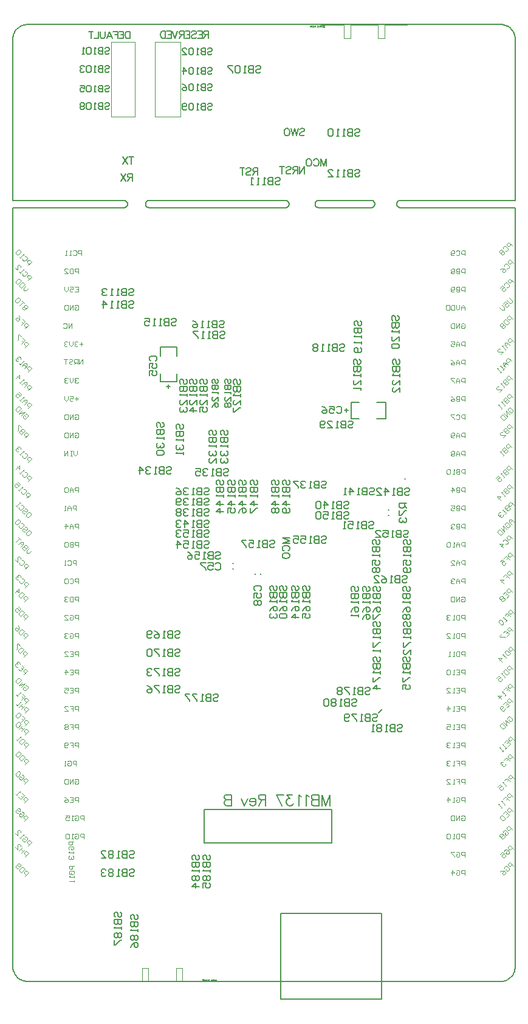
<source format=gbr>
%FSTAX23Y23*%
%MOIN*%
%SFA1B1*%

%IPPOS*%
%ADD55C,0.005000*%
%ADD56C,0.008000*%
%ADD70C,0.003940*%
%ADD71C,0.001970*%
%ADD89C,0.007870*%
%ADD92C,0.003000*%
%ADD155C,0.004000*%
%ADD156C,0.005910*%
%LNmb1137-1*%
%LPD*%
G54D55*
X01577Y-00727D02*
X01599Y-00705D01*
X00622Y-01255D02*
X01322D01*
Y-0144D02*
Y-01255D01*
X00622Y-0144D02*
X01322D01*
X00622D02*
Y-01255D01*
X01723Y00558D02*
X01726D01*
X00415Y01065D02*
X00435D01*
X00425Y01055D02*
Y01075D01*
X01403Y00922D02*
Y00942D01*
X01393Y00932D02*
X01413D01*
X01545Y-00738D02*
X01552Y-00732D01*
X01565*
X01572Y-00738*
Y-00745*
X01565Y-00752*
X01552*
X01545Y-00758*
Y-00765*
X01552Y-00772*
X01565*
X01572Y-00765*
X01532Y-00732D02*
Y-00772D01*
X01512*
X01505Y-00765*
Y-00758*
X01512Y-00752*
X01532*
X01512*
X01505Y-00745*
Y-00738*
X01512Y-00732*
X01532*
X01492Y-00772D02*
X01478D01*
X01485*
Y-00732*
X01492Y-00738*
X01458Y-00732D02*
X01432D01*
Y-00738*
X01458Y-00765*
Y-00772*
X01418Y-00765D02*
X01412Y-00772D01*
X01398*
X01392Y-00765*
Y-00738*
X01398Y-00732*
X01412*
X01418Y-00738*
Y-00745*
X01412Y-00752*
X01392*
X01656Y01425D02*
X0165Y01432D01*
Y01445*
X01656Y01452*
X01663*
X0167Y01445*
Y01432*
X01676Y01425*
X01683*
X0169Y01432*
Y01445*
X01683Y01452*
X0165Y01412D02*
X0169D01*
Y01392*
X01683Y01385*
X01676*
X0167Y01392*
Y01412*
Y01392*
X01663Y01385*
X01656*
X0165Y01392*
Y01412*
X0169Y01372D02*
Y01358D01*
Y01365*
X0165*
X01656Y01372*
X0169Y01312D02*
Y01338D01*
X01663Y01312*
X01656*
X0165Y01318*
Y01332*
X01656Y01338*
Y01298D02*
X0165Y01292D01*
Y01278*
X01656Y01272*
X01683*
X0169Y01278*
Y01292*
X01683Y01298*
X01656*
X01451Y01398D02*
X01444Y01405D01*
Y01418*
X01451Y01425*
X01457*
X01464Y01418*
Y01405*
X01471Y01398*
X01477*
X01484Y01405*
Y01418*
X01477Y01425*
X01444Y01385D02*
X01484D01*
Y01365*
X01477Y01358*
X01471*
X01464Y01365*
Y01385*
Y01365*
X01457Y01358*
X01451*
X01444Y01365*
Y01385*
X01484Y01345D02*
Y01331D01*
Y01338*
X01444*
X01451Y01345*
X01484Y01311D02*
Y01298D01*
Y01305*
X01444*
X01451Y01311*
X01477Y01278D02*
X01484Y01271D01*
Y01258*
X01477Y01251*
X01451*
X01444Y01258*
Y01271*
X01451Y01278*
X01457*
X01464Y01271*
Y01251*
X00561Y-01534D02*
X00555Y-01527D01*
Y-01514*
X00561Y-01508*
X00568*
X00575Y-01514*
Y-01527*
X00581Y-01534*
X00588*
X00595Y-01527*
Y-01514*
X00588Y-01508*
X00555Y-01547D02*
X00595D01*
Y-01567*
X00588Y-01574*
X00581*
X00575Y-01567*
Y-01547*
Y-01567*
X00568Y-01574*
X00561*
X00555Y-01567*
Y-01547*
X00595Y-01587D02*
Y-01601D01*
Y-01594*
X00555*
X00561Y-01587*
Y-01621D02*
X00555Y-01627D01*
Y-01641*
X00561Y-01647*
X00568*
X00575Y-01641*
X00581Y-01647*
X00588*
X00595Y-01641*
Y-01627*
X00588Y-01621*
X00581*
X00575Y-01627*
X00568Y-01621*
X00561*
X00575Y-01627D02*
Y-01641D01*
X00595Y-01681D02*
X00555D01*
X00575Y-01661*
Y-01687*
X00622Y-01534D02*
X00616Y-01527D01*
Y-01514*
X00622Y-01508*
X00629*
X00636Y-01514*
Y-01527*
X00642Y-01534*
X00649*
X00656Y-01527*
Y-01514*
X00649Y-01508*
X00616Y-01547D02*
X00656D01*
Y-01567*
X00649Y-01574*
X00642*
X00636Y-01567*
Y-01547*
Y-01567*
X00629Y-01574*
X00622*
X00616Y-01567*
Y-01547*
X00656Y-01587D02*
Y-01601D01*
Y-01594*
X00616*
X00622Y-01587*
Y-01621D02*
X00616Y-01627D01*
Y-01641*
X00622Y-01647*
X00629*
X00636Y-01641*
X00642Y-01647*
X00649*
X00656Y-01641*
Y-01627*
X00649Y-01621*
X00642*
X00636Y-01627*
X00629Y-01621*
X00622*
X00636Y-01627D02*
Y-01641D01*
X00616Y-01687D02*
Y-01661D01*
X00636*
X00629Y-01674*
Y-01681*
X00636Y-01687*
X00649*
X00656Y-01681*
Y-01667*
X00649Y-01661*
X00226Y-01859D02*
X00219Y-01852D01*
Y-01839*
X00226Y-01833*
X00232*
X00239Y-01839*
Y-01852*
X00246Y-01859*
X00252*
X00259Y-01852*
Y-01839*
X00252Y-01833*
X00219Y-01872D02*
X00259D01*
Y-01892*
X00252Y-01899*
X00246*
X00239Y-01892*
Y-01872*
Y-01892*
X00232Y-01899*
X00226*
X00219Y-01892*
Y-01872*
X00259Y-01912D02*
Y-01926D01*
Y-01919*
X00219*
X00226Y-01912*
Y-01946D02*
X00219Y-01952D01*
Y-01966*
X00226Y-01972*
X00232*
X00239Y-01966*
X00246Y-01972*
X00252*
X00259Y-01966*
Y-01952*
X00252Y-01946*
X00246*
X00239Y-01952*
X00232Y-01946*
X00226*
X00239Y-01952D02*
Y-01966D01*
X00219Y-02012D02*
X00226Y-01999D01*
X00239Y-01986*
X00252*
X00259Y-01992*
Y-02006*
X00252Y-02012*
X00246*
X00239Y-02006*
Y-01986*
X00208Y01595D02*
X00215Y01601D01*
X00228*
X00235Y01595*
Y01588*
X00228Y01581*
X00215*
X00208Y01575*
Y01568*
X00215Y01562*
X00228*
X00235Y01568*
X00195Y01601D02*
Y01562D01*
X00175*
X00168Y01568*
Y01575*
X00175Y01581*
X00195*
X00175*
X00168Y01588*
Y01595*
X00175Y01601*
X00195*
X00155Y01562D02*
X00141D01*
X00148*
Y01601*
X00155Y01595*
X00121Y01562D02*
X00108D01*
X00115*
Y01601*
X00121Y01595*
X00088D02*
X00081Y01601D01*
X00068*
X00061Y01595*
Y01588*
X00068Y01581*
X00075*
X00068*
X00061Y01575*
Y01568*
X00068Y01562*
X00081*
X00088Y01568*
X00208Y01526D02*
X00215Y01532D01*
X00228*
X00235Y01526*
Y01519*
X00228Y01512*
X00215*
X00208Y01506*
Y01499*
X00215Y01493*
X00228*
X00235Y01499*
X00195Y01532D02*
Y01493D01*
X00175*
X00168Y01499*
Y01506*
X00175Y01512*
X00195*
X00175*
X00168Y01519*
Y01526*
X00175Y01532*
X00195*
X00155Y01493D02*
X00141D01*
X00148*
Y01532*
X00155Y01526*
X00121Y01493D02*
X00108D01*
X00115*
Y01532*
X00121Y01526*
X00068Y01493D02*
Y01532D01*
X00088Y01512*
X00061*
X0067Y-0063D02*
X00677Y-00624D01*
X0069*
X00697Y-0063*
Y-00637*
X0069Y-00644*
X00677*
X0067Y-0065*
Y-00657*
X00677Y-00664*
X0069*
X00697Y-00657*
X00657Y-00624D02*
Y-00664D01*
X00637*
X0063Y-00657*
Y-0065*
X00637Y-00644*
X00657*
X00637*
X0063Y-00637*
Y-0063*
X00637Y-00624*
X00657*
X00617Y-00664D02*
X00603D01*
X0061*
Y-00624*
X00617Y-0063*
X00583Y-00624D02*
X00557D01*
Y-0063*
X00583Y-00657*
Y-00664*
X00543Y-00624D02*
X00517D01*
Y-0063*
X00543Y-00657*
Y-00664*
X00789Y01075D02*
X00783Y01082D01*
Y01095*
X00789Y01102*
X00796*
X00803Y01095*
Y01082*
X00809Y01075*
X00816*
X00823Y01082*
Y01095*
X00816Y01102*
X00783Y01062D02*
X00823D01*
Y01042*
X00816Y01035*
X00809*
X00803Y01042*
Y01062*
Y01042*
X00796Y01035*
X00789*
X00783Y01042*
Y01062*
X00823Y01022D02*
Y01008D01*
Y01015*
X00783*
X00789Y01022*
X00823Y00962D02*
Y00988D01*
X00796Y00962*
X00789*
X00783Y00968*
Y00982*
X00789Y00988*
X00783Y00948D02*
Y00922D01*
X00789*
X00816Y00948*
X00823*
X00621Y00502D02*
X00628Y00508D01*
X00641*
X00648Y00502*
Y00495*
X00641Y00488*
X00628*
X00621Y00482*
Y00475*
X00628Y00469*
X00641*
X00648Y00475*
X00608Y00508D02*
Y00469D01*
X00588*
X00581Y00475*
Y00482*
X00588Y00488*
X00608*
X00588*
X00581Y00495*
Y00502*
X00588Y00508*
X00608*
X00568Y00469D02*
X00554D01*
X00561*
Y00508*
X00568Y00502*
X00534D02*
X00528Y00508D01*
X00514*
X00508Y00502*
Y00495*
X00514Y00488*
X00521*
X00514*
X00508Y00482*
Y00475*
X00514Y00469*
X00528*
X00534Y00475*
X00468Y00508D02*
X00481Y00502D01*
X00494Y00488*
Y00475*
X00488Y00469*
X00474*
X00468Y00475*
Y00482*
X00474Y00488*
X00494*
X00707Y01361D02*
X00714Y01367D01*
X00727*
X00734Y01361*
Y01354*
X00727Y01347*
X00714*
X00707Y01341*
Y01334*
X00714Y01328*
X00727*
X00734Y01334*
X00694Y01367D02*
Y01328D01*
X00674*
X00667Y01334*
Y01341*
X00674Y01347*
X00694*
X00674*
X00667Y01354*
Y01361*
X00674Y01367*
X00694*
X00654Y01328D02*
X0064D01*
X00647*
Y01367*
X00654Y01361*
X0062Y01328D02*
X00607D01*
X00614*
Y01367*
X0062Y01361*
X00587Y01367D02*
X0056D01*
Y01361*
X00587Y01334*
Y01328*
X01106Y-00055D02*
X011Y-00048D01*
Y-00035*
X01106Y-00029*
X01113*
X0112Y-00035*
Y-00048*
X01126Y-00055*
X01133*
X0114Y-00048*
Y-00035*
X01133Y-00029*
X011Y-00068D02*
X0114D01*
Y-00088*
X01133Y-00095*
X01126*
X0112Y-00088*
Y-00068*
Y-00088*
X01113Y-00095*
X01106*
X011Y-00088*
Y-00068*
X0114Y-00108D02*
Y-00122D01*
Y-00115*
X011*
X01106Y-00108*
X011Y-00168D02*
X01106Y-00155D01*
X0112Y-00142*
X01133*
X0114Y-00148*
Y-00162*
X01133Y-00168*
X01126*
X0112Y-00162*
Y-00142*
X0114Y-00202D02*
X011D01*
X0112Y-00182*
Y-00208*
X01041Y-00055D02*
X01035Y-00048D01*
Y-00035*
X01041Y-00029*
X01048*
X01055Y-00035*
Y-00048*
X01061Y-00055*
X01068*
X01075Y-00048*
Y-00035*
X01068Y-00029*
X01035Y-00068D02*
X01075D01*
Y-00088*
X01068Y-00095*
X01061*
X01055Y-00088*
Y-00068*
Y-00088*
X01048Y-00095*
X01041*
X01035Y-00088*
Y-00068*
X01075Y-00108D02*
Y-00122D01*
Y-00115*
X01035*
X01041Y-00108*
X01035Y-00168D02*
X01041Y-00155D01*
X01055Y-00142*
X01068*
X01075Y-00148*
Y-00162*
X01068Y-00168*
X01061*
X01055Y-00162*
Y-00142*
X01041Y-00182D02*
X01035Y-00188D01*
Y-00202*
X01041Y-00208*
X01068*
X01075Y-00202*
Y-00188*
X01068Y-00182*
X01041*
X01364Y01291D02*
X01371Y01297D01*
X01384*
X01391Y01291*
Y01284*
X01384Y01277*
X01371*
X01364Y01271*
Y01264*
X01371Y01258*
X01384*
X01391Y01264*
X01351Y01297D02*
Y01258D01*
X01331*
X01324Y01264*
Y01271*
X01331Y01277*
X01351*
X01331*
X01324Y01284*
Y01291*
X01331Y01297*
X01351*
X01311Y01258D02*
X01297D01*
X01304*
Y01297*
X01311Y01291*
X01277Y01258D02*
X01264D01*
X01271*
Y01297*
X01277Y01291*
X01244D02*
X01237Y01297D01*
X01224*
X01217Y01291*
Y01284*
X01224Y01277*
X01217Y01271*
Y01264*
X01224Y01258*
X01237*
X01244Y01264*
Y01271*
X01237Y01277*
X01244Y01284*
Y01291*
X01237Y01277D02*
X01224D01*
X01721Y-00254D02*
X01715Y-00247D01*
Y-00234*
X01721Y-00228*
X01728*
X01735Y-00234*
Y-00247*
X01741Y-00254*
X01748*
X01755Y-00247*
Y-00234*
X01748Y-00228*
X01715Y-00267D02*
X01755D01*
Y-00287*
X01748Y-00294*
X01741*
X01735Y-00287*
Y-00267*
Y-00287*
X01728Y-00294*
X01721*
X01715Y-00287*
Y-00267*
X01755Y-00307D02*
Y-00321D01*
Y-00314*
X01715*
X01721Y-00307*
X01715Y-00341D02*
Y-00367D01*
X01721*
X01748Y-00341*
X01755*
Y-00407D02*
Y-00381D01*
X01728Y-00407*
X01721*
X01715Y-00401*
Y-00387*
X01721Y-00381*
Y00198D02*
X01715Y00205D01*
Y00218*
X01721Y00225*
X01728*
X01735Y00218*
Y00205*
X01741Y00198*
X01748*
X01755Y00205*
Y00218*
X01748Y00225*
X01715Y00185D02*
X01755D01*
Y00165*
X01748Y00158*
X01741*
X01735Y00165*
Y00185*
Y00165*
X01728Y00158*
X01721*
X01715Y00165*
Y00185*
X01755Y00145D02*
Y00131D01*
Y00138*
X01715*
X01721Y00145*
X01715Y00085D02*
Y00111D01*
X01735*
X01728Y00098*
Y00091*
X01735Y00085*
X01748*
X01755Y00091*
Y00105*
X01748Y00111*
Y00071D02*
X01755Y00065D01*
Y00051*
X01748Y00045*
X01721*
X01715Y00051*
Y00065*
X01721Y00071*
X01728*
X01735Y00065*
Y00045*
X01552Y00198D02*
X01546Y00205D01*
Y00218*
X01552Y00225*
X01559*
X01566Y00218*
Y00205*
X01572Y00198*
X01579*
X01586Y00205*
Y00218*
X01579Y00225*
X01546Y00185D02*
X01586D01*
Y00165*
X01579Y00158*
X01572*
X01566Y00165*
Y00185*
Y00165*
X01559Y00158*
X01552*
X01546Y00165*
Y00185*
X01586Y00145D02*
Y00131D01*
Y00138*
X01546*
X01552Y00145*
X01546Y00085D02*
Y00111D01*
X01566*
X01559Y00098*
Y00091*
X01566Y00085*
X01579*
X01586Y00091*
Y00105*
X01579Y00111*
X01552Y00071D02*
X01546Y00065D01*
Y00051*
X01552Y00045*
X01559*
X01566Y00051*
X01572Y00045*
X01579*
X01586Y00051*
Y00065*
X01579Y00071*
X01572*
X01566Y00065*
X01559Y00071*
X01552*
X01566Y00065D02*
Y00051D01*
X00705Y01419D02*
X00712Y01425D01*
X00725*
X00732Y01419*
Y01412*
X00725Y01405*
X00712*
X00705Y01399*
Y01392*
X00712Y01386*
X00725*
X00732Y01392*
X00692Y01425D02*
Y01386D01*
X00672*
X00665Y01392*
Y01399*
X00672Y01405*
X00692*
X00672*
X00665Y01412*
Y01419*
X00672Y01425*
X00692*
X00652Y01386D02*
X00638D01*
X00645*
Y01425*
X00652Y01419*
X00618Y01386D02*
X00605D01*
X00612*
Y01425*
X00618Y01419*
X00558Y01425D02*
X00572Y01419D01*
X00585Y01405*
Y01392*
X00578Y01386*
X00565*
X00558Y01392*
Y01399*
X00565Y01405*
X00585*
X01264Y00539D02*
X01271Y00545D01*
X01284*
X01291Y00539*
Y00532*
X01284Y00525*
X01271*
X01264Y00519*
Y00512*
X01271Y00506*
X01284*
X01291Y00512*
X01251Y00545D02*
Y00506D01*
X01231*
X01224Y00512*
Y00519*
X01231Y00525*
X01251*
X01231*
X01224Y00532*
Y00539*
X01231Y00545*
X01251*
X01211Y00506D02*
X01197D01*
X01204*
Y00545*
X01211Y00539*
X01177D02*
X01171Y00545D01*
X01157*
X01151Y00539*
Y00532*
X01157Y00525*
X01164*
X01157*
X01151Y00519*
Y00512*
X01157Y00506*
X01171*
X01177Y00512*
X01137Y00545D02*
X01111D01*
Y00539*
X01137Y00512*
Y00506*
X01719Y-0006D02*
X01713Y-00053D01*
Y-0004*
X01719Y-00034*
X01726*
X01733Y-0004*
Y-00053*
X01739Y-0006*
X01746*
X01753Y-00053*
Y-0004*
X01746Y-00034*
X01713Y-00073D02*
X01753D01*
Y-00093*
X01746Y-001*
X01739*
X01733Y-00093*
Y-00073*
Y-00093*
X01726Y-001*
X01719*
X01713Y-00093*
Y-00073*
X01753Y-00113D02*
Y-00127D01*
Y-0012*
X01713*
X01719Y-00113*
X01713Y-00173D02*
X01719Y-0016D01*
X01733Y-00147*
X01746*
X01753Y-00153*
Y-00167*
X01746Y-00173*
X01739*
X01733Y-00167*
Y-00147*
X01719Y-00187D02*
X01713Y-00193D01*
Y-00207*
X01719Y-00213*
X01726*
X01733Y-00207*
X01739Y-00213*
X01746*
X01753Y-00207*
Y-00193*
X01746Y-00187*
X01739*
X01733Y-00193*
X01726Y-00187*
X01719*
X01733Y-00193D02*
Y-00207D01*
X01718Y-00445D02*
X01712Y-00438D01*
Y-00425*
X01718Y-00419*
X01725*
X01732Y-00425*
Y-00438*
X01738Y-00445*
X01745*
X01752Y-00438*
Y-00425*
X01745Y-00419*
X01712Y-00458D02*
X01752D01*
Y-00478*
X01745Y-00485*
X01738*
X01732Y-00478*
Y-00458*
Y-00478*
X01725Y-00485*
X01718*
X01712Y-00478*
Y-00458*
X01752Y-00498D02*
Y-00512D01*
Y-00505*
X01712*
X01718Y-00498*
X01712Y-00532D02*
Y-00558D01*
X01718*
X01745Y-00532*
X01752*
X01712Y-00598D02*
Y-00572D01*
X01732*
X01725Y-00585*
Y-00592*
X01732Y-00598*
X01745*
X01752Y-00592*
Y-00578*
X01745Y-00572*
X00442Y0143D02*
X00449Y01436D01*
X00462*
X00469Y0143*
Y01423*
X00462Y01416*
X00449*
X00442Y0141*
Y01403*
X00449Y01397*
X00462*
X00469Y01403*
X00429Y01436D02*
Y01397D01*
X00409*
X00402Y01403*
Y0141*
X00409Y01416*
X00429*
X00409*
X00402Y01423*
Y0143*
X00409Y01436*
X00429*
X00389Y01397D02*
X00376D01*
X00382*
Y01436*
X00389Y0143*
X00356Y01397D02*
X00342D01*
X00349*
Y01436*
X00356Y0143*
X00296Y01436D02*
X00322D01*
Y01416*
X00309Y01423*
X00302*
X00296Y01416*
Y01403*
X00302Y01397*
X00316*
X00322Y01403*
X00462Y-00282D02*
X00469Y-00276D01*
X00482*
X00489Y-00282*
Y-00289*
X00482Y-00296*
X00469*
X00462Y-00302*
Y-00309*
X00469Y-00316*
X00482*
X00489Y-00309*
X00449Y-00276D02*
Y-00316D01*
X00429*
X00422Y-00309*
Y-00302*
X00429Y-00296*
X00449*
X00429*
X00422Y-00289*
Y-00282*
X00429Y-00276*
X00449*
X00409Y-00316D02*
X00395D01*
X00402*
Y-00276*
X00409Y-00282*
X00349Y-00276D02*
X00362Y-00282D01*
X00375Y-00296*
Y-00309*
X00369Y-00316*
X00355*
X00349Y-00309*
Y-00302*
X00355Y-00296*
X00375*
X00335Y-00309D02*
X00329Y-00316D01*
X00315*
X00309Y-00309*
Y-00282*
X00315Y-00276*
X00329*
X00335Y-00282*
Y-00289*
X00329Y-00296*
X00309*
X0067Y0108D02*
X00665Y01086D01*
Y01097*
X0067Y01103*
X00676*
X00682Y01097*
Y01086*
X00687Y0108*
X00693*
X00699Y01086*
Y01097*
X00693Y01103*
X00665Y01069D02*
X00699D01*
Y01052*
X00693Y01046*
X00687*
X00682Y01052*
Y01069*
Y01052*
X00676Y01046*
X0067*
X00665Y01052*
Y01069*
X00699Y01035D02*
Y01023D01*
Y01029*
X00665*
X0067Y01035*
X00699Y00984D02*
Y01006D01*
X00676Y00984*
X0067*
X00665Y00989*
Y01001*
X0067Y01006*
X00665Y0095D02*
X0067Y00961D01*
X00682Y00972*
X00693*
X00699Y00967*
Y00955*
X00693Y0095*
X00687*
X00682Y00955*
Y00972*
X00462Y-00584D02*
X00469Y-00578D01*
X00482*
X00489Y-00584*
Y-00591*
X00482Y-00598*
X00469*
X00462Y-00604*
Y-00611*
X00469Y-00618*
X00482*
X00489Y-00611*
X00449Y-00578D02*
Y-00618D01*
X00429*
X00422Y-00611*
Y-00604*
X00429Y-00598*
X00449*
X00429*
X00422Y-00591*
Y-00584*
X00429Y-00578*
X00449*
X00409Y-00618D02*
X00395D01*
X00402*
Y-00578*
X00409Y-00584*
X00375Y-00578D02*
X00349D01*
Y-00584*
X00375Y-00611*
Y-00618*
X00309Y-00578D02*
X00322Y-00584D01*
X00335Y-00598*
Y-00611*
X00329Y-00618*
X00315*
X00309Y-00611*
Y-00604*
X00315Y-00598*
X00335*
X00739Y0108D02*
X00734Y01086D01*
Y01097*
X00739Y01103*
X00745*
X00751Y01097*
Y01086*
X00756Y0108*
X00762*
X00768Y01086*
Y01097*
X00762Y01103*
X00734Y01069D02*
X00768D01*
Y01052*
X00762Y01046*
X00756*
X00751Y01052*
Y01069*
Y01052*
X00745Y01046*
X00739*
X00734Y01052*
Y01069*
X00768Y01035D02*
Y01023D01*
Y01029*
X00734*
X00739Y01035*
X00768Y00984D02*
Y01006D01*
X00745Y00984*
X00739*
X00734Y00989*
Y01001*
X00739Y01006*
Y00972D02*
X00734Y00967D01*
Y00955*
X00739Y0095*
X00745*
X00751Y00955*
X00756Y0095*
X00762*
X00768Y00955*
Y00967*
X00762Y00972*
X00756*
X00751Y00967*
X00745Y00972*
X00739*
X00751Y00967D02*
Y00955D01*
X00462Y-00384D02*
X00469Y-00378D01*
X00482*
X00489Y-00384*
Y-00391*
X00482Y-00398*
X00469*
X00462Y-00404*
Y-00411*
X00469Y-00418*
X00482*
X00489Y-00411*
X00449Y-00378D02*
Y-00418D01*
X00429*
X00422Y-00411*
Y-00404*
X00429Y-00398*
X00449*
X00429*
X00422Y-00391*
Y-00384*
X00429Y-00378*
X00449*
X00409Y-00418D02*
X00395D01*
X00402*
Y-00378*
X00409Y-00384*
X00375Y-00378D02*
X00349D01*
Y-00384*
X00375Y-00411*
Y-00418*
X00335Y-00384D02*
X00329Y-00378D01*
X00315*
X00309Y-00384*
Y-00411*
X00315Y-00418*
X00329*
X00335Y-00411*
Y-00384*
X00462Y-0049D02*
X00469Y-00484D01*
X00482*
X00489Y-0049*
Y-00497*
X00482Y-00504*
X00469*
X00462Y-0051*
Y-00517*
X00469Y-00524*
X00482*
X00489Y-00517*
X00449Y-00484D02*
Y-00524D01*
X00429*
X00422Y-00517*
Y-0051*
X00429Y-00504*
X00449*
X00429*
X00422Y-00497*
Y-0049*
X00429Y-00484*
X00449*
X00409Y-00524D02*
X00395D01*
X00402*
Y-00484*
X00409Y-0049*
X00375Y-00484D02*
X00349D01*
Y-0049*
X00375Y-00517*
Y-00524*
X00335Y-0049D02*
X00329Y-00484D01*
X00315*
X00309Y-0049*
Y-00497*
X00315Y-00504*
X00322*
X00315*
X00309Y-0051*
Y-00517*
X00315Y-00524*
X00329*
X00335Y-00517*
X00758Y00524D02*
X00752Y00531D01*
Y00544*
X00758Y00551*
X00765*
X00772Y00544*
Y00531*
X00778Y00524*
X00785*
X00792Y00531*
Y00544*
X00785Y00551*
X00752Y00511D02*
X00792D01*
Y00491*
X00785Y00484*
X00778*
X00772Y00491*
Y00511*
Y00491*
X00765Y00484*
X00758*
X00752Y00491*
Y00511*
X00792Y00471D02*
Y00457D01*
Y00464*
X00752*
X00758Y00471*
X00792Y00417D02*
X00752D01*
X00772Y00437*
Y00411*
X00752Y00371D02*
Y00397D01*
X00772*
X00765Y00384*
Y00377*
X00772Y00371*
X00785*
X00792Y00377*
Y00391*
X00785Y00397*
X00729Y00608D02*
X00736Y00614D01*
X00749*
X00756Y00608*
Y00601*
X00749Y00594*
X00736*
X00729Y00588*
Y00581*
X00736Y00575*
X00749*
X00756Y00581*
X00716Y00614D02*
Y00575D01*
X00696*
X00689Y00581*
Y00588*
X00696Y00594*
X00716*
X00696*
X00689Y00601*
Y00608*
X00696Y00614*
X00716*
X00676Y00575D02*
X00662D01*
X00669*
Y00614*
X00676Y00608*
X00642D02*
X00636Y00614D01*
X00622*
X00616Y00608*
Y00601*
X00622Y00594*
X00629*
X00622*
X00616Y00588*
Y00581*
X00622Y00575*
X00636*
X00642Y00581*
X00576Y00614D02*
X00602D01*
Y00594*
X00589Y00601*
X00582*
X00576Y00594*
Y00581*
X00582Y00575*
X00596*
X00602Y00581*
X01529Y00502D02*
X01536Y00508D01*
X01549*
X01556Y00502*
Y00495*
X01549Y00488*
X01536*
X01529Y00482*
Y00475*
X01536Y00469*
X01549*
X01556Y00475*
X01516Y00508D02*
Y00469D01*
X01496*
X01489Y00475*
Y00482*
X01496Y00488*
X01516*
X01496*
X01489Y00495*
Y00502*
X01496Y00508*
X01516*
X01476Y00469D02*
X01462D01*
X01469*
Y00508*
X01476Y00502*
X01422Y00469D02*
Y00508D01*
X01442Y00488*
X01416*
X01402Y00469D02*
X01389D01*
X01396*
Y00508*
X01402Y00502*
X00414Y00617D02*
X00421Y00623D01*
X00434*
X00441Y00617*
Y0061*
X00434Y00603*
X00421*
X00414Y00597*
Y0059*
X00421Y00584*
X00434*
X00441Y0059*
X00401Y00623D02*
Y00584D01*
X00381*
X00374Y0059*
Y00597*
X00381Y00603*
X00401*
X00381*
X00374Y0061*
Y00617*
X00381Y00623*
X00401*
X00361Y00584D02*
X00348D01*
X00354*
Y00623*
X00361Y00617*
X00328D02*
X00321Y00623D01*
X00308*
X00301Y00617*
Y0061*
X00308Y00603*
X00314*
X00308*
X00301Y00597*
Y0059*
X00308Y00584*
X00321*
X00328Y0059*
X00268Y00584D02*
Y00623D01*
X00288Y00603*
X00261*
X00366Y00839D02*
X0036Y00846D01*
Y00859*
X00366Y00866*
X00373*
X0038Y00859*
Y00846*
X00386Y00839*
X00393*
X004Y00846*
Y00859*
X00393Y00866*
X0036Y00826D02*
X004D01*
Y00806*
X00393Y00799*
X00386*
X0038Y00806*
Y00826*
Y00806*
X00373Y00799*
X00366*
X0036Y00806*
Y00826*
X004Y00786D02*
Y00772D01*
Y00779*
X0036*
X00366Y00786*
Y00752D02*
X0036Y00746D01*
Y00732*
X00366Y00726*
X00373*
X0038Y00732*
Y00739*
Y00732*
X00386Y00726*
X00393*
X004Y00732*
Y00746*
X00393Y00752*
X00366Y00712D02*
X0036Y00706D01*
Y00692*
X00366Y00686*
X00393*
X004Y00692*
Y00706*
X00393Y00712*
X00366*
X01525Y00317D02*
X01532Y00323D01*
X01545*
X01552Y00317*
Y0031*
X01545Y00303*
X01532*
X01525Y00297*
Y0029*
X01532Y00283*
X01545*
X01552Y0029*
X01512Y00323D02*
Y00283D01*
X01492*
X01485Y0029*
Y00297*
X01492Y00303*
X01512*
X01492*
X01485Y0031*
Y00317*
X01492Y00323*
X01512*
X01472Y00283D02*
X01458D01*
X01465*
Y00323*
X01472Y00317*
X01412Y00323D02*
X01438D01*
Y00303*
X01425Y0031*
X01418*
X01412Y00303*
Y0029*
X01418Y00283*
X01432*
X01438Y0029*
X01398Y00283D02*
X01385D01*
X01392*
Y00323*
X01398Y00317*
X00473Y0083D02*
X00467Y00837D01*
Y0085*
X00473Y00857*
X0048*
X00487Y0085*
Y00837*
X00493Y0083*
X005*
X00507Y00837*
Y0085*
X005Y00857*
X00467Y00817D02*
X00507D01*
Y00797*
X005Y0079*
X00493*
X00487Y00797*
Y00817*
Y00797*
X0048Y0079*
X00473*
X00467Y00797*
Y00817*
X00507Y00777D02*
Y00763D01*
Y0077*
X00467*
X00473Y00777*
Y00743D02*
X00467Y00737D01*
Y00723*
X00473Y00717*
X0048*
X00487Y00723*
Y0073*
Y00723*
X00493Y00717*
X005*
X00507Y00723*
Y00737*
X005Y00743*
X00507Y00703D02*
Y0069D01*
Y00697*
X00467*
X00473Y00703*
X0168Y-00797D02*
X01687Y-00791D01*
X017*
X01707Y-00797*
Y-00804*
X017Y-00811*
X01687*
X0168Y-00817*
Y-00824*
X01687Y-00831*
X017*
X01707Y-00824*
X01667Y-00791D02*
Y-00831D01*
X01647*
X0164Y-00824*
Y-00817*
X01647Y-00811*
X01667*
X01647*
X0164Y-00804*
Y-00797*
X01647Y-00791*
X01667*
X01627Y-00831D02*
X01614D01*
X0162*
Y-00791*
X01627Y-00797*
X01594D02*
X01587Y-00791D01*
X01574*
X01567Y-00797*
Y-00804*
X01574Y-00811*
X01567Y-00817*
Y-00824*
X01574Y-00831*
X01587*
X01594Y-00824*
Y-00817*
X01587Y-00811*
X01594Y-00804*
Y-00797*
X01587Y-00811D02*
X01574D01*
X01554Y-00831D02*
X0154D01*
X01547*
Y-00791*
X01554Y-00797*
X01505Y-00594D02*
X01512Y-00588D01*
X01525*
X01532Y-00594*
Y-00601*
X01525Y-00608*
X01512*
X01505Y-00614*
Y-00621*
X01512Y-00628*
X01525*
X01532Y-00621*
X01492Y-00588D02*
Y-00628D01*
X01472*
X01465Y-00621*
Y-00614*
X01472Y-00608*
X01492*
X01472*
X01465Y-00601*
Y-00594*
X01472Y-00588*
X01492*
X01452Y-00628D02*
X01438D01*
X01445*
Y-00588*
X01452Y-00594*
X01418Y-00588D02*
X01392D01*
Y-00594*
X01418Y-00621*
Y-00628*
X01378Y-00594D02*
X01372Y-00588D01*
X01358*
X01352Y-00594*
Y-00601*
X01358Y-00608*
X01352Y-00614*
Y-00621*
X01358Y-00628*
X01372*
X01378Y-00621*
Y-00614*
X01372Y-00608*
X01378Y-00601*
Y-00594*
X01372Y-00608D02*
X01358D01*
X01389Y00428D02*
X01396Y00435D01*
X01409*
X01416Y00428*
Y00421*
X01409Y00415*
X01396*
X01389Y00408*
Y00401*
X01396Y00395*
X01409*
X01416Y00401*
X01376Y00435D02*
Y00395D01*
X01356*
X01349Y00401*
Y00408*
X01356Y00415*
X01376*
X01356*
X01349Y00421*
Y00428*
X01356Y00435*
X01376*
X01336Y00395D02*
X01322D01*
X01329*
Y00435*
X01336Y00428*
X01282Y00395D02*
Y00435D01*
X01302Y00415*
X01276*
X01262Y00428D02*
X01256Y00435D01*
X01242*
X01236Y00428*
Y00401*
X01242Y00395*
X01256*
X01262Y00401*
Y00428*
X01554Y-0006D02*
X01548Y-00053D01*
Y-0004*
X01554Y-00034*
X01561*
X01568Y-0004*
Y-00053*
X01574Y-0006*
X01581*
X01588Y-00053*
Y-0004*
X01581Y-00034*
X01548Y-00073D02*
X01588D01*
Y-00093*
X01581Y-001*
X01574*
X01568Y-00093*
Y-00073*
Y-00093*
X01561Y-001*
X01554*
X01548Y-00093*
Y-00073*
X01588Y-00113D02*
Y-00127D01*
Y-0012*
X01548*
X01554Y-00113*
X01548Y-00173D02*
X01554Y-0016D01*
X01568Y-00147*
X01581*
X01588Y-00153*
Y-00167*
X01581Y-00173*
X01574*
X01568Y-00167*
Y-00147*
X01548Y-00187D02*
Y-00213D01*
X01554*
X01581Y-00187*
X01588*
X0098Y00214D02*
X00987Y0022D01*
X01*
X01007Y00214*
Y00207*
X01Y002*
X00987*
X0098Y00194*
Y00187*
X00987Y0018*
X01*
X01007Y00187*
X00967Y0022D02*
Y0018D01*
X00947*
X0094Y00187*
Y00194*
X00947Y002*
X00967*
X00947*
X0094Y00207*
Y00214*
X00947Y0022*
X00967*
X00927Y0018D02*
X00913D01*
X0092*
Y0022*
X00927Y00214*
X00867Y0022D02*
X00893D01*
Y002*
X0088Y00207*
X00873*
X00867Y002*
Y00187*
X00873Y0018*
X00887*
X00893Y00187*
X00853Y0022D02*
X00827D01*
Y00214*
X00853Y00187*
Y0018*
X01389Y0037D02*
X01396Y00376D01*
X01409*
X01416Y0037*
Y00363*
X01409Y00356*
X01396*
X01389Y0035*
Y00343*
X01396Y00337*
X01409*
X01416Y00343*
X01376Y00376D02*
Y00337D01*
X01356*
X01349Y00343*
Y0035*
X01356Y00356*
X01376*
X01356*
X01349Y00363*
Y0037*
X01356Y00376*
X01376*
X01336Y00337D02*
X01322D01*
X01329*
Y00376*
X01336Y0037*
X01276Y00376D02*
X01302D01*
Y00356*
X01289Y00363*
X01282*
X01276Y00356*
Y00343*
X01282Y00337*
X01296*
X01302Y00343*
X01262Y0037D02*
X01256Y00376D01*
X01242*
X01236Y0037*
Y00343*
X01242Y00337*
X01256*
X01262Y00343*
Y0037*
X01554Y-00254D02*
X01548Y-00247D01*
Y-00234*
X01554Y-00228*
X01561*
X01568Y-00234*
Y-00247*
X01574Y-00254*
X01581*
X01588Y-00247*
Y-00234*
X01581Y-00228*
X01548Y-00267D02*
X01588D01*
Y-00287*
X01581Y-00294*
X01574*
X01568Y-00287*
Y-00267*
Y-00287*
X01561Y-00294*
X01554*
X01548Y-00287*
Y-00267*
X01588Y-00307D02*
Y-00321D01*
Y-00314*
X01548*
X01554Y-00307*
X01548Y-00341D02*
Y-00367D01*
X01554*
X01581Y-00341*
X01588*
Y-00381D02*
Y-00394D01*
Y-00387*
X01548*
X01554Y-00381*
X00881Y00524D02*
X00875Y00531D01*
Y00544*
X00881Y00551*
X00888*
X00895Y00544*
Y00531*
X00901Y00524*
X00908*
X00915Y00531*
Y00544*
X00908Y00551*
X00875Y00511D02*
X00915D01*
Y00491*
X00908Y00484*
X00901*
X00895Y00491*
Y00511*
Y00491*
X00888Y00484*
X00881*
X00875Y00491*
Y00511*
X00915Y00471D02*
Y00457D01*
Y00464*
X00875*
X00881Y00471*
X00915Y00417D02*
X00875D01*
X00895Y00437*
Y00411*
X00875Y00397D02*
Y00371D01*
X00881*
X00908Y00397*
X00915*
X01167Y-00055D02*
X01161Y-00048D01*
Y-00035*
X01167Y-00029*
X01174*
X01181Y-00035*
Y-00048*
X01187Y-00055*
X01194*
X01201Y-00048*
Y-00035*
X01194Y-00029*
X01161Y-00068D02*
X01201D01*
Y-00088*
X01194Y-00095*
X01187*
X01181Y-00088*
Y-00068*
Y-00088*
X01174Y-00095*
X01167*
X01161Y-00088*
Y-00068*
X01201Y-00108D02*
Y-00122D01*
Y-00115*
X01161*
X01167Y-00108*
X01161Y-00168D02*
X01167Y-00155D01*
X01181Y-00142*
X01194*
X01201Y-00148*
Y-00162*
X01194Y-00168*
X01187*
X01181Y-00162*
Y-00142*
X01161Y-00208D02*
Y-00182D01*
X01181*
X01174Y-00195*
Y-00202*
X01181Y-00208*
X01194*
X01201Y-00202*
Y-00188*
X01194Y-00182*
X01266Y00236D02*
X01273Y00242D01*
X01286*
X01293Y00236*
Y00229*
X01286Y00222*
X01273*
X01266Y00216*
Y00209*
X01273Y00203*
X01286*
X01293Y00209*
X01253Y00242D02*
Y00203D01*
X01233*
X01226Y00209*
Y00216*
X01233Y00222*
X01253*
X01233*
X01226Y00229*
Y00236*
X01233Y00242*
X01253*
X01213Y00203D02*
X01199D01*
X01206*
Y00242*
X01213Y00236*
X01153Y00242D02*
X01179D01*
Y00222*
X01166Y00229*
X01159*
X01153Y00222*
Y00209*
X01159Y00203*
X01173*
X01179Y00209*
X01113Y00242D02*
X01139D01*
Y00222*
X01126Y00229*
X01119*
X01113Y00222*
Y00209*
X01119Y00203*
X01133*
X01139Y00209*
X01554Y-00445D02*
X01548Y-00438D01*
Y-00425*
X01554Y-00419*
X01561*
X01568Y-00425*
Y-00438*
X01574Y-00445*
X01581*
X01588Y-00438*
Y-00425*
X01581Y-00419*
X01548Y-00458D02*
X01588D01*
Y-00478*
X01581Y-00485*
X01574*
X01568Y-00478*
Y-00458*
Y-00478*
X01561Y-00485*
X01554*
X01548Y-00478*
Y-00458*
X01588Y-00498D02*
Y-00512D01*
Y-00505*
X01548*
X01554Y-00498*
X01548Y-00532D02*
Y-00558D01*
X01554*
X01581Y-00532*
X01588*
Y-00592D02*
X01548D01*
X01568Y-00572*
Y-00598*
X00816Y00524D02*
X0081Y00531D01*
Y00544*
X00816Y00551*
X00823*
X0083Y00544*
Y00531*
X00836Y00524*
X00843*
X0085Y00531*
Y00544*
X00843Y00551*
X0081Y00511D02*
X0085D01*
Y00491*
X00843Y00484*
X00836*
X0083Y00491*
Y00511*
Y00491*
X00823Y00484*
X00816*
X0081Y00491*
Y00511*
X0085Y00471D02*
Y00457D01*
Y00464*
X0081*
X00816Y00471*
X0085Y00417D02*
X0081D01*
X0083Y00437*
Y00411*
X0081Y00371D02*
X00816Y00384D01*
X0083Y00397*
X00843*
X0085Y00391*
Y00377*
X00843Y00371*
X00836*
X0083Y00377*
Y00397*
X00621Y00324D02*
X00628Y0033D01*
X00641*
X00648Y00324*
Y00317*
X00641Y0031*
X00628*
X00621Y00304*
Y00297*
X00628Y0029*
X00641*
X00648Y00297*
X00608Y0033D02*
Y0029D01*
X00588*
X00581Y00297*
Y00304*
X00588Y0031*
X00608*
X00588*
X00581Y00317*
Y00324*
X00588Y0033*
X00608*
X00568Y0029D02*
X00554D01*
X00561*
Y0033*
X00568Y00324*
X00514Y0029D02*
Y0033D01*
X00534Y0031*
X00508*
X00494Y00324D02*
X00488Y0033D01*
X00474*
X00468Y00324*
Y00317*
X00474Y0031*
X00481*
X00474*
X00468Y00304*
Y00297*
X00474Y0029*
X00488*
X00494Y00297*
X00621Y00387D02*
X00628Y00393D01*
X00641*
X00648Y00387*
Y0038*
X00641Y00373*
X00628*
X00621Y00367*
Y0036*
X00628Y00354*
X00641*
X00648Y0036*
X00608Y00393D02*
Y00354D01*
X00588*
X00581Y0036*
Y00367*
X00588Y00373*
X00608*
X00588*
X00581Y0038*
Y00387*
X00588Y00393*
X00608*
X00568Y00354D02*
X00554D01*
X00561*
Y00393*
X00568Y00387*
X00534D02*
X00528Y00393D01*
X00514*
X00508Y00387*
Y0038*
X00514Y00373*
X00521*
X00514*
X00508Y00367*
Y0036*
X00514Y00354*
X00528*
X00534Y0036*
X00494Y00387D02*
X00488Y00393D01*
X00474*
X00468Y00387*
Y0038*
X00474Y00373*
X00468Y00367*
Y0036*
X00474Y00354*
X00488*
X00494Y0036*
Y00367*
X00488Y00373*
X00494Y0038*
Y00387*
X00488Y00373D02*
X00474D01*
X00988Y-00055D02*
X00982Y-00048D01*
Y-00035*
X00988Y-00029*
X00995*
X01002Y-00035*
Y-00048*
X01008Y-00055*
X01015*
X01022Y-00048*
Y-00035*
X01015Y-00029*
X00982Y-00068D02*
X01022D01*
Y-00088*
X01015Y-00095*
X01008*
X01002Y-00088*
Y-00068*
Y-00088*
X00995Y-00095*
X00988*
X00982Y-00088*
Y-00068*
X01022Y-00108D02*
Y-00122D01*
Y-00115*
X00982*
X00988Y-00108*
X00982Y-00168D02*
X00988Y-00155D01*
X01002Y-00142*
X01015*
X01022Y-00148*
Y-00162*
X01015Y-00168*
X01008*
X01002Y-00162*
Y-00142*
X00988Y-00182D02*
X00982Y-00188D01*
Y-00202*
X00988Y-00208*
X00995*
X01002Y-00202*
Y-00195*
Y-00202*
X01008Y-00208*
X01015*
X01022Y-00202*
Y-00188*
X01015Y-00182*
X00998Y00524D02*
X00992Y00531D01*
Y00544*
X00998Y00551*
X01005*
X01012Y00544*
Y00531*
X01018Y00524*
X01025*
X01032Y00531*
Y00544*
X01025Y00551*
X00992Y00511D02*
X01032D01*
Y00491*
X01025Y00484*
X01018*
X01012Y00491*
Y00511*
Y00491*
X01005Y00484*
X00998*
X00992Y00491*
Y00511*
X01032Y00471D02*
Y00457D01*
Y00464*
X00992*
X00998Y00471*
X01032Y00417D02*
X00992D01*
X01012Y00437*
Y00411*
X00998Y00397D02*
X00992Y00391D01*
Y00377*
X00998Y00371*
X01005*
X01012Y00377*
X01018Y00371*
X01025*
X01032Y00377*
Y00391*
X01025Y00397*
X01018*
X01012Y00391*
X01005Y00397*
X00998*
X01012Y00391D02*
Y00377D01*
X00695Y00524D02*
X00689Y00531D01*
Y00544*
X00695Y00551*
X00702*
X00709Y00544*
Y00531*
X00715Y00524*
X00722*
X00729Y00531*
Y00544*
X00722Y00551*
X00689Y00511D02*
X00729D01*
Y00491*
X00722Y00484*
X00715*
X00709Y00491*
Y00511*
Y00491*
X00702Y00484*
X00695*
X00689Y00491*
Y00511*
X00729Y00471D02*
Y00457D01*
Y00464*
X00689*
X00695Y00471*
X00729Y00417D02*
X00689D01*
X00709Y00437*
Y00411*
X00729Y00377D02*
X00689D01*
X00709Y00397*
Y00371*
X0021Y-01488D02*
X00217Y-01482D01*
X0023*
X00237Y-01488*
Y-01495*
X0023Y-01502*
X00217*
X0021Y-01508*
Y-01515*
X00217Y-01522*
X0023*
X00237Y-01515*
X00197Y-01482D02*
Y-01522D01*
X00177*
X0017Y-01515*
Y-01508*
X00177Y-01502*
X00197*
X00177*
X0017Y-01495*
Y-01488*
X00177Y-01482*
X00197*
X00157Y-01522D02*
X00143D01*
X0015*
Y-01482*
X00157Y-01488*
X00123D02*
X00117Y-01482D01*
X00103*
X00097Y-01488*
Y-01495*
X00103Y-01502*
X00097Y-01508*
Y-01515*
X00103Y-01522*
X00117*
X00123Y-01515*
Y-01508*
X00117Y-01502*
X00123Y-01495*
Y-01488*
X00117Y-01502D02*
X00103D01*
X00057Y-01522D02*
X00083D01*
X00057Y-01495*
Y-01488*
X00063Y-01482*
X00077*
X00083Y-01488*
X0021Y-01589D02*
X00217Y-01583D01*
X0023*
X00237Y-01589*
Y-01596*
X0023Y-01603*
X00217*
X0021Y-01609*
Y-01616*
X00217Y-01623*
X0023*
X00237Y-01616*
X00197Y-01583D02*
Y-01623D01*
X00177*
X0017Y-01616*
Y-01609*
X00177Y-01603*
X00197*
X00177*
X0017Y-01596*
Y-01589*
X00177Y-01583*
X00197*
X00157Y-01623D02*
X00143D01*
X0015*
Y-01583*
X00157Y-01589*
X00123D02*
X00117Y-01583D01*
X00103*
X00097Y-01589*
Y-01596*
X00103Y-01603*
X00097Y-01609*
Y-01616*
X00103Y-01623*
X00117*
X00123Y-01616*
Y-01609*
X00117Y-01603*
X00123Y-01596*
Y-01589*
X00117Y-01603D02*
X00103D01*
X00083Y-01589D02*
X00077Y-01583D01*
X00063*
X00057Y-01589*
Y-01596*
X00063Y-01603*
X0007*
X00063*
X00057Y-01609*
Y-01616*
X00063Y-01623*
X00077*
X00083Y-01616*
X00621Y00271D02*
X00628Y00278D01*
X00641*
X00648Y00271*
Y00264*
X00641Y00258*
X00628*
X00621Y00251*
Y00244*
X00628Y00238*
X00641*
X00648Y00244*
X00608Y00278D02*
Y00238D01*
X00588*
X00581Y00244*
Y00251*
X00588Y00258*
X00608*
X00588*
X00581Y00264*
Y00271*
X00588Y00278*
X00608*
X00568Y00238D02*
X00554D01*
X00561*
Y00278*
X00568Y00271*
X00508Y00278D02*
X00534D01*
Y00258*
X00521Y00264*
X00514*
X00508Y00258*
Y00244*
X00514Y00238*
X00528*
X00534Y00244*
X00494Y00271D02*
X00488Y00278D01*
X00474*
X00468Y00271*
Y00264*
X00474Y00258*
X00481*
X00474*
X00468Y00251*
Y00244*
X00474Y00238*
X00488*
X00494Y00244*
X00621Y00212D02*
X00628Y00218D01*
X00641*
X00648Y00212*
Y00205*
X00641Y00198*
X00628*
X00621Y00192*
Y00185*
X00628Y00178*
X00641*
X00648Y00185*
X00608Y00218D02*
Y00178D01*
X00588*
X00581Y00185*
Y00192*
X00588Y00198*
X00608*
X00588*
X00581Y00205*
Y00212*
X00588Y00218*
X00608*
X00568Y00178D02*
X00554D01*
X00561*
Y00218*
X00568Y00212*
X00508Y00218D02*
X00534D01*
Y00198*
X00521Y00205*
X00514*
X00508Y00198*
Y00185*
X00514Y00178*
X00528*
X00534Y00185*
X00474Y00178D02*
Y00218D01*
X00494Y00198*
X00468*
X01411Y00869D02*
X01418Y00875D01*
X01431*
X01438Y00869*
Y00862*
X01431Y00855*
X01418*
X01411Y00849*
Y00842*
X01418Y00836*
X01431*
X01438Y00842*
X01398Y00875D02*
Y00836D01*
X01378*
X01371Y00842*
Y00849*
X01378Y00855*
X01398*
X01378*
X01371Y00862*
Y00869*
X01378Y00875*
X01398*
X01358Y00836D02*
X01344D01*
X01351*
Y00875*
X01358Y00869*
X01298Y00836D02*
X01324D01*
X01298Y00862*
Y00869*
X01304Y00875*
X01318*
X01324Y00869*
X01284Y00842D02*
X01278Y00836D01*
X01264*
X01258Y00842*
Y00869*
X01264Y00875*
X01278*
X01284Y00869*
Y00862*
X01278Y00855*
X01258*
X00683Y00151D02*
X0069Y00157D01*
X00703*
X0071Y00151*
Y00144*
X00703Y00137*
X0069*
X00683Y00131*
Y00124*
X0069Y00118*
X00703*
X0071Y00124*
X0067Y00157D02*
Y00118D01*
X0065*
X00643Y00124*
Y00131*
X0065Y00137*
X0067*
X0065*
X00643Y00144*
Y00151*
X0065Y00157*
X0067*
X0063Y00118D02*
X00616D01*
X00623*
Y00157*
X0063Y00151*
X0057Y00157D02*
X00596D01*
Y00137*
X00583Y00144*
X00576*
X0057Y00137*
Y00124*
X00576Y00118*
X0059*
X00596Y00124*
X0053Y00157D02*
X00543Y00151D01*
X00556Y00137*
Y00124*
X0055Y00118*
X00536*
X0053Y00124*
Y00131*
X00536Y00137*
X00556*
X00549Y01076D02*
X00543Y01083D01*
Y01096*
X00549Y01103*
X00556*
X00563Y01096*
Y01083*
X00569Y01076*
X00576*
X00583Y01083*
Y01096*
X00576Y01103*
X00543Y01063D02*
X00583D01*
Y01043*
X00576Y01036*
X00569*
X00563Y01043*
Y01063*
Y01043*
X00556Y01036*
X00549*
X00543Y01043*
Y01063*
X00583Y01023D02*
Y01009D01*
Y01016*
X00543*
X00549Y01023*
X00583Y00963D02*
Y00989D01*
X00556Y00963*
X00549*
X00543Y00969*
Y00983*
X00549Y00989*
X00583Y00929D02*
X00543D01*
X00563Y00949*
Y00923*
X00493Y01076D02*
X00487Y01083D01*
Y01096*
X00493Y01103*
X005*
X00507Y01096*
Y01083*
X00513Y01076*
X0052*
X00527Y01083*
Y01096*
X0052Y01103*
X00487Y01063D02*
X00527D01*
Y01043*
X0052Y01036*
X00513*
X00507Y01043*
Y01063*
Y01043*
X005Y01036*
X00493*
X00487Y01043*
Y01063*
X00527Y01023D02*
Y01009D01*
Y01016*
X00487*
X00493Y01023*
X00527Y00963D02*
Y00989D01*
X005Y00963*
X00493*
X00487Y00969*
Y00983*
X00493Y00989*
Y00949D02*
X00487Y00943D01*
Y00929*
X00493Y00923*
X005*
X00507Y00929*
Y00936*
Y00929*
X00513Y00923*
X0052*
X00527Y00929*
Y00943*
X0052Y00949*
X01058Y00524D02*
X01052Y00531D01*
Y00544*
X01058Y00551*
X01065*
X01072Y00544*
Y00531*
X01078Y00524*
X01085*
X01092Y00531*
Y00544*
X01085Y00551*
X01052Y00511D02*
X01092D01*
Y00491*
X01085Y00484*
X01078*
X01072Y00491*
Y00511*
Y00491*
X01065Y00484*
X01058*
X01052Y00491*
Y00511*
X01092Y00471D02*
Y00457D01*
Y00464*
X01052*
X01058Y00471*
X01092Y00417D02*
X01052D01*
X01072Y00437*
Y00411*
X01085Y00397D02*
X01092Y00391D01*
Y00377*
X01085Y00371*
X01058*
X01052Y00377*
Y00391*
X01058Y00397*
X01065*
X01072Y00391*
Y00371*
X00654Y00796D02*
X00648Y00803D01*
Y00816*
X00654Y00823*
X00661*
X00668Y00816*
Y00803*
X00674Y00796*
X00681*
X00688Y00803*
Y00816*
X00681Y00823*
X00648Y00783D02*
X00688D01*
Y00763*
X00681Y00756*
X00674*
X00668Y00763*
Y00783*
Y00763*
X00661Y00756*
X00654*
X00648Y00763*
Y00783*
X00688Y00743D02*
Y0073D01*
Y00736*
X00648*
X00654Y00743*
Y0071D02*
X00648Y00703D01*
Y0069*
X00654Y00683*
X00661*
X00668Y0069*
Y00696*
Y0069*
X00674Y00683*
X00681*
X00688Y0069*
Y00703*
X00681Y0071*
X00688Y00643D02*
Y0067D01*
X00661Y00643*
X00654*
X00648Y0065*
Y00663*
X00654Y0067*
X00717Y00798D02*
X00711Y00805D01*
Y00818*
X00717Y00825*
X00724*
X00731Y00818*
Y00805*
X00737Y00798*
X00744*
X00751Y00805*
Y00818*
X00744Y00825*
X00711Y00785D02*
X00751D01*
Y00765*
X00744Y00758*
X00737*
X00731Y00765*
Y00785*
Y00765*
X00724Y00758*
X00717*
X00711Y00765*
Y00785*
X00751Y00745D02*
Y00731D01*
Y00738*
X00711*
X00717Y00745*
Y00711D02*
X00711Y00705D01*
Y00691*
X00717Y00685*
X00724*
X00731Y00691*
Y00698*
Y00691*
X00737Y00685*
X00744*
X00751Y00691*
Y00705*
X00744Y00711*
X00717Y00671D02*
X00711Y00665D01*
Y00651*
X00717Y00645*
X00724*
X00731Y00651*
Y00658*
Y00651*
X00737Y00645*
X00744*
X00751Y00651*
Y00665*
X00744Y00671*
X00604Y01076D02*
X00598Y01083D01*
Y01096*
X00604Y01103*
X00611*
X00618Y01096*
Y01083*
X00624Y01076*
X00631*
X00638Y01083*
Y01096*
X00631Y01103*
X00598Y01063D02*
X00638D01*
Y01043*
X00631Y01036*
X00624*
X00618Y01043*
Y01063*
Y01043*
X00611Y01036*
X00604*
X00598Y01043*
Y01063*
X00638Y01023D02*
Y01009D01*
Y01016*
X00598*
X00604Y01023*
X00638Y00963D02*
Y00989D01*
X00611Y00963*
X00604*
X00598Y00969*
Y00983*
X00604Y00989*
X00598Y00923D02*
Y00949D01*
X00618*
X00611Y00936*
Y00929*
X00618Y00923*
X00631*
X00638Y00929*
Y00943*
X00631Y00949*
X00906Y02818D02*
X00913Y02824D01*
X00926*
X00933Y02818*
Y02811*
X00926Y02804*
X00913*
X00906Y02798*
Y02791*
X00913Y02785*
X00926*
X00933Y02791*
X00893Y02824D02*
Y02785D01*
X00873*
X00866Y02791*
Y02798*
X00873Y02804*
X00893*
X00873*
X00866Y02811*
Y02818*
X00873Y02824*
X00893*
X00853Y02785D02*
X00839D01*
X00846*
Y02824*
X00853Y02818*
X00819D02*
X00813Y02824D01*
X00799*
X00793Y02818*
Y02791*
X00799Y02785*
X00813*
X00819Y02791*
Y02818*
X00779Y02824D02*
X00753D01*
Y02818*
X00779Y02791*
Y02785*
X01447Y02248D02*
X01454Y02255D01*
X01467*
X01474Y02248*
Y02242*
X01467Y02235*
X01454*
X01447Y02228*
Y02222*
X01454Y02215*
X01467*
X01474Y02222*
X01434Y02255D02*
Y02215D01*
X01414*
X01407Y02222*
Y02228*
X01414Y02235*
X01434*
X01414*
X01407Y02242*
Y02248*
X01414Y02255*
X01434*
X01394Y02215D02*
X0138D01*
X01387*
Y02255*
X01394Y02248*
X0136Y02215D02*
X01347D01*
X01354*
Y02255*
X0136Y02248*
X013Y02215D02*
X01327D01*
X013Y02242*
Y02248*
X01307Y02255*
X0132*
X01327Y02248*
X0064Y02611D02*
X00646Y02617D01*
X00658*
X00664Y02611*
Y02605*
X00658Y02599*
X00646*
X0064Y02593*
Y02587*
X00646Y02581*
X00658*
X00664Y02587*
X00628Y02617D02*
Y02581D01*
X0061*
X00604Y02587*
Y02593*
X0061Y02599*
X00628*
X0061*
X00604Y02605*
Y02611*
X0061Y02617*
X00628*
X00592Y02581D02*
X0058D01*
X00586*
Y02617*
X00592Y02611*
X00562D02*
X00556Y02617D01*
X00544*
X00538Y02611*
Y02587*
X00544Y02581*
X00556*
X00562Y02587*
Y02611*
X00526Y02587D02*
X0052Y02581D01*
X00508*
X00502Y02587*
Y02611*
X00508Y02617*
X0052*
X00526Y02611*
Y02605*
X0052Y02599*
X00502*
X00077Y02613D02*
X00083Y02619D01*
X00095*
X00101Y02613*
Y02607*
X00095Y02601*
X00083*
X00077Y02596*
Y0259*
X00083Y02584*
X00095*
X00101Y0259*
X00065Y02619D02*
Y02584D01*
X00047*
X00041Y0259*
Y02596*
X00047Y02601*
X00065*
X00047*
X00041Y02607*
Y02613*
X00047Y02619*
X00065*
X00029Y02584D02*
X00017D01*
X00023*
Y02619*
X00029Y02613*
X0D02*
X-00006Y02619D01*
X-00018*
X-00024Y02613*
Y0259*
X-00018Y02584*
X-00006*
X0Y0259*
Y02613*
X-00036D02*
X-00042Y02619D01*
X-00054*
X-0006Y02613*
Y02607*
X-00054Y02601*
X-0006Y02596*
Y0259*
X-00054Y02584*
X-00042*
X-00036Y0259*
Y02596*
X-00042Y02601*
X-00036Y02607*
Y02613*
X-00042Y02601D02*
X-00054D01*
X0064Y02716D02*
X00646Y02722D01*
X00658*
X00664Y02716*
Y0271*
X00658Y02704*
X00646*
X0064Y02699*
Y02693*
X00646Y02687*
X00658*
X00664Y02693*
X00628Y02722D02*
Y02687D01*
X0061*
X00604Y02693*
Y02699*
X0061Y02704*
X00628*
X0061*
X00604Y0271*
Y02716*
X0061Y02722*
X00628*
X00592Y02687D02*
X0058D01*
X00586*
Y02722*
X00592Y02716*
X00562D02*
X00556Y02722D01*
X00544*
X00538Y02716*
Y02693*
X00544Y02687*
X00556*
X00562Y02693*
Y02716*
X00502Y02722D02*
X00514Y02716D01*
X00526Y02704*
Y02693*
X0052Y02687*
X00508*
X00502Y02693*
Y02699*
X00508Y02704*
X00526*
X00077Y02709D02*
X00083Y02715D01*
X00095*
X00101Y02709*
Y02703*
X00095Y02697*
X00083*
X00077Y02692*
Y02686*
X00083Y0268*
X00095*
X00101Y02686*
X00065Y02715D02*
Y0268D01*
X00047*
X00041Y02686*
Y02692*
X00047Y02697*
X00065*
X00047*
X00041Y02703*
Y02709*
X00047Y02715*
X00065*
X00029Y0268D02*
X00017D01*
X00023*
Y02715*
X00029Y02709*
X0D02*
X-00006Y02715D01*
X-00018*
X-00024Y02709*
Y02686*
X-00018Y0268*
X-00006*
X0Y02686*
Y02709*
X-0006Y02715D02*
X-00036D01*
Y02697*
X-00048Y02703*
X-00054*
X-0006Y02697*
Y02686*
X-00054Y0268*
X-00042*
X-00036Y02686*
X0064Y02806D02*
X00646Y02812D01*
X00658*
X00664Y02806*
Y028*
X00658Y02794*
X00646*
X0064Y02788*
Y02782*
X00646Y02776*
X00658*
X00664Y02782*
X00628Y02812D02*
Y02776D01*
X0061*
X00604Y02782*
Y02788*
X0061Y02794*
X00628*
X0061*
X00604Y028*
Y02806*
X0061Y02812*
X00628*
X00592Y02776D02*
X0058D01*
X00586*
Y02812*
X00592Y02806*
X00562D02*
X00556Y02812D01*
X00544*
X00538Y02806*
Y02782*
X00544Y02776*
X00556*
X00562Y02782*
Y02806*
X00508Y02776D02*
Y02812D01*
X00526Y02794*
X00502*
X00077Y02818D02*
X00083Y02824D01*
X00095*
X00101Y02818*
Y02812*
X00095Y02806*
X00083*
X00077Y028*
Y02794*
X00083Y02788*
X00095*
X00101Y02794*
X00065Y02824D02*
Y02788D01*
X00047*
X00041Y02794*
Y028*
X00047Y02806*
X00065*
X00047*
X00041Y02812*
Y02818*
X00047Y02824*
X00065*
X00029Y02788D02*
X00017D01*
X00023*
Y02824*
X00029Y02818*
X0D02*
X-00006Y02824D01*
X-00018*
X-00024Y02818*
Y02794*
X-00018Y02788*
X-00006*
X0Y02794*
Y02818*
X-00036D02*
X-00042Y02824D01*
X-00054*
X-0006Y02818*
Y02812*
X-00054Y02806*
X-00048*
X-00054*
X-0006Y028*
Y02794*
X-00054Y02788*
X-00042*
X-00036Y02794*
X0064Y02913D02*
X00646Y02919D01*
X00658*
X00664Y02913*
Y02907*
X00658Y02901*
X00646*
X0064Y02896*
Y0289*
X00646Y02884*
X00658*
X00664Y0289*
X00628Y02919D02*
Y02884D01*
X0061*
X00604Y0289*
Y02896*
X0061Y02901*
X00628*
X0061*
X00604Y02907*
Y02913*
X0061Y02919*
X00628*
X00592Y02884D02*
X0058D01*
X00586*
Y02919*
X00592Y02913*
X00562D02*
X00556Y02919D01*
X00544*
X00538Y02913*
Y0289*
X00544Y02884*
X00556*
X00562Y0289*
Y02913*
X00502Y02884D02*
X00526D01*
X00502Y02907*
Y02913*
X00508Y02919*
X0052*
X00526Y02913*
X00077Y02916D02*
X00083Y02922D01*
X00095*
X00101Y02916*
Y0291*
X00095Y02904*
X00083*
X00077Y02899*
Y02893*
X00083Y02887*
X00095*
X00101Y02893*
X00065Y02922D02*
Y02887D01*
X00047*
X00041Y02893*
Y02899*
X00047Y02904*
X00065*
X00047*
X00041Y0291*
Y02916*
X00047Y02922*
X00065*
X00029Y02887D02*
X00017D01*
X00023*
Y02922*
X00029Y02916*
X0D02*
X-00006Y02922D01*
X-00018*
X-00024Y02916*
Y02893*
X-00018Y02887*
X-00006*
X0Y02893*
Y02916*
X-00036Y02887D02*
X-00048D01*
X-00042*
Y02922*
X-00036Y02916*
X01448Y02469D02*
X01455Y02476D01*
X01468*
X01475Y02469*
Y02463*
X01468Y02456*
X01455*
X01448Y02449*
Y02443*
X01455Y02436*
X01468*
X01475Y02443*
X01435Y02476D02*
Y02436D01*
X01415*
X01408Y02443*
Y02449*
X01415Y02456*
X01435*
X01415*
X01408Y02463*
Y02469*
X01415Y02476*
X01435*
X01395Y02436D02*
X01381D01*
X01388*
Y02476*
X01395Y02469*
X01361Y02436D02*
X01348D01*
X01355*
Y02476*
X01361Y02469*
X01328D02*
X01321Y02476D01*
X01308*
X01301Y02469*
Y02443*
X01308Y02436*
X01321*
X01328Y02443*
Y02469*
X0101Y02205D02*
X01017Y02211D01*
X0103*
X01037Y02205*
Y02198*
X0103Y02191*
X01017*
X0101Y02185*
Y02178*
X01017Y02171*
X0103*
X01037Y02178*
X00997Y02211D02*
Y02171D01*
X00977*
X0097Y02178*
Y02185*
X00977Y02191*
X00997*
X00977*
X0097Y02198*
Y02205*
X00977Y02211*
X00997*
X00957Y02171D02*
X00943D01*
X0095*
Y02211*
X00957Y02205*
X00923Y02171D02*
X0091D01*
X00917*
Y02211*
X00923Y02205*
X0089Y02171D02*
X00877D01*
X00883*
Y02211*
X0089Y02205*
X00902Y-00057D02*
X00896Y-0005D01*
Y-00037*
X00902Y-00031*
X00929*
X00936Y-00037*
Y-0005*
X00929Y-00057*
X00896Y-00097D02*
Y-0007D01*
X00916*
X00909Y-00084*
Y-0009*
X00916Y-00097*
X00929*
X00936Y-0009*
Y-00077*
X00929Y-0007*
X00902Y-0011D02*
X00896Y-00117D01*
Y-0013*
X00902Y-00137*
X00909*
X00916Y-0013*
X00922Y-00137*
X00929*
X00936Y-0013*
Y-00117*
X00929Y-0011*
X00922*
X00916Y-00117*
X00909Y-0011*
X00902*
X00916Y-00117D02*
Y-0013D01*
X00683Y00091D02*
X0069Y00098D01*
X00703*
X0071Y00091*
Y00064*
X00703Y00058*
X0069*
X00683Y00064*
X00643Y00098D02*
X0067D01*
Y00078*
X00657Y00084*
X0065*
X00643Y00078*
Y00064*
X0065Y00058*
X00663*
X0067Y00064*
X0063Y00098D02*
X00603D01*
Y00091*
X0063Y00064*
Y00058*
X00327Y01202D02*
X00321Y01209D01*
Y01222*
X00327Y01229*
X00354*
X00361Y01222*
Y01209*
X00354Y01202*
X00321Y01162D02*
Y01189D01*
X00341*
X00334Y01175*
Y01169*
X00341Y01162*
X00354*
X00361Y01169*
Y01182*
X00354Y01189*
X00321Y01122D02*
Y01149D01*
X00341*
X00334Y01135*
Y01129*
X00341Y01122*
X00354*
X00361Y01129*
Y01142*
X00354Y01149*
X01433Y-00059D02*
X01427Y-00052D01*
Y-00039*
X01433Y-00033*
X0144*
X01447Y-00039*
Y-00052*
X01453Y-00059*
X0146*
X01467Y-00052*
Y-00039*
X0146Y-00033*
X01427Y-00072D02*
X01467D01*
Y-00092*
X0146Y-00099*
X01453*
X01447Y-00092*
Y-00072*
Y-00092*
X0144Y-00099*
X01433*
X01427Y-00092*
Y-00072*
X01467Y-00112D02*
Y-00126D01*
Y-00119*
X01427*
X01433Y-00112*
X01427Y-00172D02*
X01433Y-00159D01*
X01447Y-00146*
X0146*
X01467Y-00152*
Y-00166*
X0146Y-00172*
X01453*
X01447Y-00166*
Y-00146*
X01467Y-00186D02*
Y-00199D01*
Y-00192*
X01427*
X01433Y-00186*
X01496Y-00059D02*
X0149Y-00052D01*
Y-00039*
X01496Y-00033*
X01503*
X0151Y-00039*
Y-00052*
X01516Y-00059*
X01523*
X0153Y-00052*
Y-00039*
X01523Y-00033*
X0149Y-00072D02*
X0153D01*
Y-00092*
X01523Y-00099*
X01516*
X0151Y-00092*
Y-00072*
Y-00092*
X01503Y-00099*
X01496*
X0149Y-00092*
Y-00072*
X0153Y-00112D02*
Y-00126D01*
Y-00119*
X0149*
X01496Y-00112*
X0149Y-00172D02*
X01496Y-00159D01*
X0151Y-00146*
X01523*
X0153Y-00152*
Y-00166*
X01523Y-00172*
X01516*
X0151Y-00166*
Y-00146*
X0149Y-00212D02*
X01496Y-00199D01*
X0151Y-00186*
X01523*
X0153Y-00192*
Y-00206*
X01523Y-00212*
X01516*
X0151Y-00206*
Y-00186*
X01708Y0002D02*
X01715Y00027D01*
X01728*
X01735Y0002*
Y00013*
X01728Y00007*
X01715*
X01708Y0*
Y-00006*
X01715Y-00012*
X01728*
X01735Y-00006*
X01695Y00027D02*
Y-00012D01*
X01675*
X01668Y-00006*
Y0*
X01675Y00007*
X01695*
X01675*
X01668Y00013*
Y0002*
X01675Y00027*
X01695*
X01655Y-00012D02*
X01641D01*
X01648*
Y00027*
X01655Y0002*
X01595Y00027D02*
X01608Y0002D01*
X01621Y00007*
Y-00006*
X01615Y-00012*
X01601*
X01595Y-00006*
Y0*
X01601Y00007*
X01621*
X01555Y-00012D02*
X01581D01*
X01555Y00013*
Y0002*
X01561Y00027*
X01575*
X01581Y0002*
X00621Y00445D02*
X00628Y00451D01*
X00641*
X00648Y00445*
Y00438*
X00641Y00431*
X00628*
X00621Y00425*
Y00418*
X00628Y00412*
X00641*
X00648Y00418*
X00608Y00451D02*
Y00412D01*
X00588*
X00581Y00418*
Y00425*
X00588Y00431*
X00608*
X00588*
X00581Y00438*
Y00445*
X00588Y00451*
X00608*
X00568Y00412D02*
X00554D01*
X00561*
Y00451*
X00568Y00445*
X00534D02*
X00528Y00451D01*
X00514*
X00508Y00445*
Y00438*
X00514Y00431*
X00521*
X00514*
X00508Y00425*
Y00418*
X00514Y00412*
X00528*
X00534Y00418*
X00494D02*
X00488Y00412D01*
X00474*
X00468Y00418*
Y00445*
X00474Y00451*
X00488*
X00494Y00445*
Y00438*
X00488Y00431*
X00468*
X01733Y00424D02*
X01693D01*
Y00404*
X017Y00397*
X01713*
X0172Y00404*
Y00424*
Y0041D02*
X01733Y00397D01*
X01693Y00384D02*
Y00357D01*
X017*
X01726Y00384*
X01733*
X017Y00344D02*
X01693Y00337D01*
Y00324*
X017Y00317*
X01706*
X01713Y00324*
Y0033*
Y00324*
X0172Y00317*
X01726*
X01733Y00324*
Y00337*
X01726Y00344*
X01722Y00501D02*
X01728Y00507D01*
X01742*
X01748Y00501*
Y00494*
X01742Y00487*
X01728*
X01722Y00481*
Y00474*
X01728Y00468*
X01742*
X01748Y00474*
X01708Y00507D02*
Y00468D01*
X01688*
X01682Y00474*
Y00481*
X01688Y00487*
X01708*
X01688*
X01682Y00494*
Y00501*
X01688Y00507*
X01708*
X01668Y00468D02*
X01655D01*
X01662*
Y00507*
X01668Y00501*
X01615Y00468D02*
Y00507D01*
X01635Y00487*
X01608*
X01568Y00468D02*
X01595D01*
X01568Y00494*
Y00501*
X01575Y00507*
X01588*
X01595Y00501*
X01716Y00269D02*
X01723Y00275D01*
X01736*
X01743Y00269*
Y00262*
X01736Y00255*
X01723*
X01716Y00249*
Y00242*
X01723Y00236*
X01736*
X01743Y00242*
X01703Y00275D02*
Y00236D01*
X01683*
X01676Y00242*
Y00249*
X01683Y00255*
X01703*
X01683*
X01676Y00262*
Y00269*
X01683Y00275*
X01703*
X01663Y00236D02*
X0165D01*
X01656*
Y00275*
X01663Y00269*
X01603Y00275D02*
X0163D01*
Y00255*
X01616Y00262*
X0161*
X01603Y00255*
Y00242*
X0161Y00236*
X01623*
X0163Y00242*
X01563Y00236D02*
X0159D01*
X01563Y00262*
Y00269*
X0157Y00275*
X01583*
X0159Y00269*
X01349Y00949D02*
X01356Y00955D01*
X01369*
X01376Y00949*
Y00922*
X01369Y00916*
X01356*
X01349Y00922*
X01309Y00955D02*
X01336D01*
Y00935*
X01322Y00942*
X01316*
X01309Y00935*
Y00922*
X01316Y00916*
X01329*
X01336Y00922*
X01269Y00955D02*
X01282Y00949D01*
X01296Y00935*
Y00922*
X01289Y00916*
X01276*
X01269Y00922*
Y00929*
X01276Y00935*
X01296*
X00136Y-01845D02*
X00129Y-01839D01*
Y-01825*
X00136Y-01819*
X00142*
X00149Y-01825*
Y-01839*
X00156Y-01845*
X00162*
X00169Y-01839*
Y-01825*
X00162Y-01819*
X00129Y-01859D02*
X00169D01*
Y-01879*
X00162Y-01885*
X00156*
X00149Y-01879*
Y-01859*
Y-01879*
X00142Y-01885*
X00136*
X00129Y-01879*
Y-01859*
X00169Y-01899D02*
Y-01912D01*
Y-01905*
X00129*
X00136Y-01899*
Y-01932D02*
X00129Y-01939D01*
Y-01952*
X00136Y-01959*
X00142*
X00149Y-01952*
X00156Y-01959*
X00162*
X00169Y-01952*
Y-01939*
X00162Y-01932*
X00156*
X00149Y-01939*
X00142Y-01932*
X00136*
X00149Y-01939D02*
Y-01952D01*
X00129Y-01972D02*
Y-01999D01*
X00136*
X00162Y-01972*
X00169*
X01446Y01185D02*
X0144Y01192D01*
Y01205*
X01446Y01212*
X01453*
X0146Y01205*
Y01192*
X01466Y01185*
X01473*
X0148Y01192*
Y01205*
X01473Y01212*
X0144Y01172D02*
X0148D01*
Y01152*
X01473Y01145*
X01466*
X0146Y01152*
Y01172*
Y01152*
X01453Y01145*
X01446*
X0144Y01152*
Y01172*
X0148Y01132D02*
Y01118D01*
Y01125*
X0144*
X01446Y01132*
X0148Y01072D02*
Y01098D01*
X01453Y01072*
X01446*
X0144Y01078*
Y01092*
X01446Y01098*
X0148Y01058D02*
Y01045D01*
Y01052*
X0144*
X01446Y01058*
X01661Y01185D02*
X01655Y01192D01*
Y01205*
X01661Y01212*
X01668*
X01675Y01205*
Y01192*
X01681Y01185*
X01688*
X01695Y01192*
Y01205*
X01688Y01212*
X01655Y01172D02*
X01695D01*
Y01152*
X01688Y01145*
X01681*
X01675Y01152*
Y01172*
Y01152*
X01668Y01145*
X01661*
X01655Y01152*
Y01172*
X01695Y01132D02*
Y01118D01*
Y01125*
X01655*
X01661Y01132*
X01695Y01072D02*
Y01098D01*
X01668Y01072*
X01661*
X01655Y01078*
Y01092*
X01661Y01098*
X01695Y01032D02*
Y01058D01*
X01668Y01032*
X01661*
X01655Y01038*
Y01052*
X01661Y01058*
X01431Y-00657D02*
X01438Y-0065D01*
X01451*
X01458Y-00657*
Y-00664*
X01451Y-0067*
X01438*
X01431Y-00677*
Y-00684*
X01438Y-0069*
X01451*
X01458Y-00684*
X01418Y-0065D02*
Y-0069D01*
X01398*
X01391Y-00684*
Y-00677*
X01398Y-0067*
X01418*
X01398*
X01391Y-00664*
Y-00657*
X01398Y-0065*
X01418*
X01378Y-0069D02*
X01364D01*
X01371*
Y-0065*
X01378Y-00657*
X01344D02*
X01338Y-0065D01*
X01324*
X01318Y-00657*
Y-00664*
X01324Y-0067*
X01318Y-00677*
Y-00684*
X01324Y-0069*
X01338*
X01344Y-00684*
Y-00677*
X01338Y-0067*
X01344Y-00664*
Y-00657*
X01338Y-0067D02*
X01324D01*
X01304Y-00657D02*
X01298Y-0065D01*
X01284*
X01278Y-00657*
Y-00684*
X01284Y-0069*
X01298*
X01304Y-00684*
Y-00657*
X00646Y03013D02*
Y02974D01*
Y03013D02*
X00628D01*
X00623Y03012*
X00621Y0301*
X00619Y03006*
Y03002*
X00621Y02998*
X00623Y02996*
X00628Y02994*
X00646*
X00632D02*
X00619Y02974D01*
X00585Y03013D02*
X0061D01*
Y02974*
X00585*
X0061Y02994D02*
X00595D01*
X00552Y03008D02*
X00556Y03012D01*
X00561Y03013*
X00569*
X00575Y03012*
X00578Y03008*
Y03004*
X00577Y03*
X00575Y02998*
X00571Y02996*
X00559Y02993*
X00556Y02991*
X00554Y02989*
X00552Y02985*
Y02979*
X00556Y02975*
X00561Y02974*
X00569*
X00575Y02975*
X00578Y02979*
X00518Y03013D02*
X00543D01*
Y02974*
X00518*
X00543Y02994D02*
X00528D01*
X00511Y03013D02*
Y02974D01*
Y03013D02*
X00494D01*
X00489Y03012*
X00487Y0301*
X00485Y03006*
Y03002*
X00487Y02998*
X00489Y02996*
X00494Y02994*
X00511*
X00498D02*
X00485Y02974D01*
X00476Y03013D02*
X00461Y02974D01*
X00445Y03013D02*
X00461Y02974D01*
X00415Y03013D02*
X0044D01*
Y02974*
X00415*
X0044Y02994D02*
X00425D01*
X00409Y03013D02*
Y02974D01*
Y03013D02*
X00395D01*
X0039Y03012*
X00386Y03008*
X00384Y03004*
X00382Y02998*
Y02989*
X00384Y02983*
X00386Y02979*
X0039Y02975*
X00395Y02974*
X00409*
X00215Y03011D02*
Y02972D01*
Y03011D02*
X00201D01*
X00195Y0301*
X00192Y03006*
X0019Y03002*
X00188Y02996*
Y02987*
X0019Y02981*
X00192Y02977*
X00195Y02973*
X00201Y02972*
X00215*
X00154Y03011D02*
X00179D01*
Y02972*
X00154*
X00179Y02992D02*
X00164D01*
X00147Y03011D02*
Y02972D01*
Y03011D02*
X00123D01*
X00147Y02992D02*
X00132D01*
X00088Y02972D02*
X00103Y03011D01*
X00118Y02972*
X00112Y02985D02*
X00093D01*
X00078Y03011D02*
Y02983D01*
X00076Y02977*
X00073Y02973*
X00067Y02972*
X00063*
X00057Y02973*
X00054Y02977*
X00052Y02983*
Y03011*
X00041D02*
Y02972D01*
X00018*
X0Y03011D02*
Y02972D01*
X00013Y03011D02*
X-00012D01*
X01051Y00233D02*
X01091D01*
X01051D02*
X01091Y00217D01*
X01051Y00202D02*
X01091Y00217D01*
X01051Y00202D02*
X01091D01*
X0106Y00162D02*
X01056Y00164D01*
X01052Y00168*
X01051Y00172*
Y00179*
X01052Y00183*
X01056Y00187*
X0106Y00189*
X01066Y00191*
X01075*
X01081Y00189*
X01085Y00187*
X01089Y00183*
X01091Y00179*
Y00172*
X01089Y00168*
X01085Y00164*
X01081Y00162*
X01051Y00139D02*
X01052Y00143D01*
X01056Y00147*
X0106Y00149*
X01066Y00151*
X01075*
X01081Y00149*
X01085Y00147*
X01089Y00143*
X01091Y00139*
Y00132*
X01089Y00128*
X01085Y00124*
X01081Y00122*
X01075Y0012*
X01066*
X0106Y00122*
X01056Y00124*
X01052Y00128*
X01051Y00132*
Y00139*
X00228Y0223D02*
Y02191D01*
Y0223D02*
X0021D01*
X00205Y02229*
X00203Y02227*
X00201Y02223*
Y02219*
X00203Y02215*
X00205Y02213*
X0021Y02211*
X00228*
X00214D02*
X00201Y02191D01*
X00192Y0223D02*
X00165Y02191D01*
Y0223D02*
X00192Y02191D01*
X0022Y02322D02*
Y02283D01*
X00234Y02322D02*
X00207D01*
X00202D02*
X00175Y02283D01*
Y02322D02*
X00202Y02283D01*
X01172Y02269D02*
Y0223D01*
Y02269D02*
X01145Y0223D01*
Y02269D02*
Y0223D01*
X01134Y02269D02*
Y0223D01*
Y02269D02*
X01117D01*
X01111Y02268*
X01109Y02266*
X01107Y02262*
Y02258*
X01109Y02254*
X01111Y02252*
X01117Y0225*
X01134*
X0112D02*
X01107Y0223D01*
X01072Y02264D02*
X01075Y02268D01*
X01081Y02269*
X01089*
X01094Y02268*
X01098Y02264*
Y0226*
X01096Y02256*
X01094Y02254*
X01091Y02252*
X01079Y02249*
X01075Y02247*
X01073Y02245*
X01072Y02241*
Y02235*
X01075Y02231*
X01081Y0223*
X01089*
X01094Y02231*
X01098Y02235*
X01049Y02269D02*
Y0223D01*
X01063Y02269D02*
X01036D01*
X00914Y02262D02*
Y02222D01*
Y02262D02*
X00897D01*
X00892Y0226*
X0089Y02258*
X00888Y02254*
Y02251*
X0089Y02247*
X00892Y02245*
X00897Y02243*
X00914*
X00901D02*
X00888Y02222D01*
X00852Y02256D02*
X00856Y0226D01*
X00862Y02262*
X00869*
X00875Y0226*
X00879Y02256*
Y02252*
X00877Y02249*
X00875Y02247*
X00871Y02245*
X0086Y02241*
X00856Y02239*
X00854Y02237*
X00852Y02233*
Y02228*
X00856Y02224*
X00862Y02222*
X00869*
X00875Y02224*
X00879Y02228*
X0083Y02262D02*
Y02222D01*
X00843Y02262D02*
X00817D01*
X01146Y02473D02*
X0115Y02477D01*
X01155Y02479*
X01163*
X01169Y02477*
X01172Y02473*
Y02469*
X01171Y02466*
X01169Y02464*
X01165Y02462*
X01153Y02458*
X0115Y02456*
X01148Y02454*
X01146Y0245*
Y02445*
X0115Y02441*
X01155Y02439*
X01163*
X01169Y02441*
X01172Y02445*
X01137Y02479D02*
X01127Y02439D01*
X01118Y02479D02*
X01127Y02439D01*
X01118Y02479D02*
X01108Y02439D01*
X01099Y02479D02*
X01108Y02439D01*
X01079Y02479D02*
X01083Y02477D01*
X01087Y02473*
X01089Y02469*
X01091Y02464*
Y02454*
X01089Y02449*
X01087Y02445*
X01083Y02441*
X01079Y02439*
X01072*
X01068Y02441*
X01064Y02445*
X01062Y02449*
X0106Y02454*
Y02464*
X01062Y02469*
X01064Y02473*
X01068Y02477*
X01072Y02479*
X01079*
X01293Y02313D02*
Y02273D01*
Y02313D02*
X01277Y02273D01*
X01262Y02313D02*
X01277Y02273D01*
X01262Y02313D02*
Y02273D01*
X01222Y02303D02*
X01224Y02307D01*
X01228Y02311*
X01232Y02313*
X01239*
X01243Y02311*
X01247Y02307*
X01249Y02303*
X01251Y02297*
Y02288*
X01249Y02282*
X01247Y02278*
X01243Y02275*
X01239Y02273*
X01232*
X01228Y02275*
X01224Y02278*
X01222Y02282*
X01199Y02313D02*
X01203Y02311D01*
X01207Y02307*
X01209Y02303*
X01211Y02297*
Y02288*
X01209Y02282*
X01207Y02278*
X01203Y02275*
X01199Y02273*
X01192*
X01188Y02275*
X01184Y02278*
X01182Y02282*
X0118Y02288*
Y02297*
X01182Y02303*
X01184Y02307*
X01188Y02311*
X01192Y02313*
X01199*
X-00427Y-02121D02*
D01*
X-00427Y-02126*
X-00427Y-02132*
X-00426Y-02137*
X-00424Y-02142*
X-00423Y-02148*
X-0042Y-02153*
X-00418Y-02158*
X-00415Y-02162*
X-00412Y-02167*
X-00409Y-02171*
X-00405Y-02175*
X-00401Y-02179*
X-00397Y-02183*
X-00393Y-02186*
X-00388Y-02189*
X-00383Y-02191*
X-00378Y-02194*
X-00373Y-02196*
X-00368Y-02197*
X-00362Y-02198*
X-00357Y-02199*
X-00351Y-02199*
X-00349Y-02199*
X02249Y-02199D02*
D01*
X02254Y-02199*
X0226Y-02199*
X02265Y-02198*
X0227Y-02196*
X02276Y-02195*
X02281Y-02192*
X02286Y-0219*
X0229Y-02187*
X02295Y-02184*
X02299Y-02181*
X02303Y-02177*
X02307Y-02173*
X02311Y-02169*
X02314Y-02165*
X02317Y-0216*
X02319Y-02155*
X02322Y-0215*
X02324Y-02145*
X02325Y-0214*
X02326Y-02134*
X02327Y-02129*
X02327Y-02123*
X02327Y-02121*
X01698Y02085D02*
D01*
X01696Y02084*
X01695Y02084*
X01693Y02084*
X01692Y02084*
X01691Y02083*
X0169Y02083*
X01688Y02082*
X01687Y02082*
X01686Y02081*
X01685Y0208*
X01684Y02079*
X01683Y02078*
X01682Y02077*
X01681Y02076*
X0168Y02075*
X0168Y02073*
X01679Y02072*
X01679Y02071*
X01678Y0207*
X01678Y02068*
X01678Y02067*
X01678Y02066*
Y02064*
X01678Y02063*
X01678Y02061*
X01678Y0206*
X01679Y02059*
X01679Y02057*
X0168Y02056*
X0168Y02055*
X01681Y02054*
X01682Y02053*
X01683Y02052*
X01684Y02051*
X01685Y0205*
X01686Y02049*
X01687Y02048*
X01688Y02047*
X0169Y02047*
X01691Y02046*
X01692Y02046*
X01693Y02046*
X01695Y02045*
X01696Y02045*
X01698Y02045*
X0125Y02085D02*
D01*
X01248Y02084*
X01247Y02084*
X01245Y02084*
X01244Y02084*
X01243Y02083*
X01241Y02083*
X0124Y02082*
X01239Y02082*
X01238Y02081*
X01237Y0208*
X01236Y02079*
X01235Y02078*
X01234Y02077*
X01233Y02076*
X01232Y02075*
X01232Y02073*
X01231Y02072*
X01231Y02071*
X0123Y0207*
X0123Y02068*
X0123Y02067*
X0123Y02066*
Y02064*
X0123Y02063*
X0123Y02061*
X0123Y0206*
X01231Y02059*
X01231Y02057*
X01232Y02056*
X01232Y02055*
X01233Y02054*
X01234Y02053*
X01235Y02052*
X01236Y02051*
X01237Y0205*
X01238Y02049*
X01239Y02048*
X0124Y02047*
X01241Y02047*
X01243Y02046*
X01244Y02046*
X01245Y02046*
X01247Y02045*
X01248Y02045*
X0125Y02045*
X01538D02*
D01*
X01539Y02045*
X01541Y02045*
X01542Y02046*
X01544Y02046*
X01545Y02046*
X01546Y02047*
X01547Y02047*
X01549Y02048*
X0155Y02049*
X01551Y0205*
X01552Y02051*
X01553Y02052*
X01554Y02053*
X01554Y02054*
X01555Y02055*
X01556Y02056*
X01556Y02057*
X01557Y02059*
X01557Y0206*
X01557Y02061*
X01558Y02063*
X01558Y02064*
Y02066*
X01558Y02067*
X01557Y02068*
X01557Y0207*
X01557Y02071*
X01556Y02072*
X01556Y02073*
X01555Y02075*
X01554Y02076*
X01554Y02077*
X01553Y02078*
X01552Y02079*
X01551Y0208*
X0155Y02081*
X01549Y02082*
X01547Y02082*
X01546Y02083*
X01545Y02083*
X01544Y02084*
X01542Y02084*
X01541Y02084*
X01539Y02084*
X01538Y02085*
X00182Y02045D02*
D01*
X00183Y02045*
X00185Y02045*
X00186Y02046*
X00187Y02046*
X00189Y02046*
X0019Y02047*
X00191Y02047*
X00192Y02048*
X00193Y02049*
X00194Y0205*
X00195Y02051*
X00196Y02052*
X00197Y02053*
X00198Y02054*
X00199Y02055*
X00199Y02056*
X002Y02057*
X00201Y02059*
X00201Y0206*
X00201Y02061*
X00201Y02063*
X00201Y02064*
Y02066*
X00201Y02067*
X00201Y02068*
X00201Y0207*
X00201Y02071*
X002Y02072*
X00199Y02073*
X00199Y02075*
X00198Y02076*
X00197Y02077*
X00196Y02078*
X00195Y02079*
X00194Y0208*
X00193Y02081*
X00192Y02082*
X00191Y02082*
X0019Y02083*
X00189Y02083*
X00187Y02084*
X00186Y02084*
X00185Y02084*
X00183Y02084*
X00182Y02085*
X0032D02*
D01*
X00318Y02084*
X00317Y02084*
X00315Y02084*
X00314Y02084*
X00313Y02083*
X00312Y02083*
X0031Y02082*
X00309Y02082*
X00308Y02081*
X00307Y0208*
X00306Y02079*
X00305Y02078*
X00304Y02077*
X00303Y02076*
X00303Y02075*
X00302Y02073*
X00301Y02072*
X00301Y02071*
X003Y0207*
X003Y02068*
X003Y02067*
X003Y02066*
Y02064*
X003Y02063*
X003Y02061*
X003Y0206*
X00301Y02059*
X00301Y02057*
X00302Y02056*
X00303Y02055*
X00303Y02054*
X00304Y02053*
X00305Y02052*
X00306Y02051*
X00307Y0205*
X00308Y02049*
X00309Y02048*
X0031Y02047*
X00312Y02047*
X00313Y02046*
X00314Y02046*
X00315Y02046*
X00317Y02045*
X00318Y02045*
X0032Y02045*
X01068D02*
D01*
X01069Y02045*
X0107Y02045*
X01072Y02046*
X01073Y02046*
X01074Y02046*
X01076Y02047*
X01077Y02047*
X01078Y02048*
X01079Y02049*
X0108Y0205*
X01081Y02051*
X01082Y02052*
X01083Y02053*
X01084Y02054*
X01085Y02055*
X01085Y02056*
X01086Y02057*
X01086Y02059*
X01087Y0206*
X01087Y02061*
X01087Y02063*
X01087Y02064*
Y02066*
X01087Y02067*
X01087Y02068*
X01087Y0207*
X01086Y02071*
X01086Y02072*
X01085Y02073*
X01085Y02075*
X01084Y02076*
X01083Y02077*
X01082Y02078*
X01081Y02079*
X0108Y0208*
X01079Y02081*
X01078Y02082*
X01077Y02082*
X01076Y02083*
X01074Y02083*
X01073Y02084*
X01072Y02084*
X0107Y02084*
X01069Y02084*
X01068Y02085*
X-00349Y03049D02*
D01*
X-00354Y03049*
X-0036Y03048*
X-00365Y03047*
X-0037Y03046*
X-00376Y03044*
X-00381Y03042*
X-00386Y0304*
X-0039Y03037*
X-00395Y03034*
X-00399Y03031*
X-00403Y03027*
X-00407Y03023*
X-00411Y03019*
X-00414Y03014*
X-00417Y0301*
X-00419Y03005*
X-00422Y03*
X-00424Y02995*
X-00425Y02989*
X-00426Y02984*
X-00427Y02979*
X-00427Y02973*
X-00427Y0297*
X02327D02*
D01*
X02327Y02976*
X02327Y02981*
X02326Y02987*
X02324Y02992*
X02323Y02997*
X02321Y03002*
X02318Y03007*
X02315Y03012*
X02312Y03017*
X02309Y03021*
X02305Y03025*
X02301Y03029*
X02297Y03032*
X02293Y03036*
X02288Y03039*
X02283Y03041*
X02278Y03043*
X02273Y03045*
X02268Y03047*
X02262Y03048*
X02257Y03049*
X02251Y03049*
X02249Y03049*
X-00349Y-022D02*
X02249D01*
X0125Y02045D02*
X01538D01*
X0125Y02085D02*
X01538D01*
X-00349Y03049D02*
X02249D01*
X0032Y02045D02*
X01068D01*
X0032Y02085D02*
X01068D01*
X01698Y02045D02*
X02327D01*
X01698Y02085D02*
X02327D01*
X-00427D02*
X00182D01*
X-00427Y02045D02*
X00182D01*
X-00427Y02085D02*
Y0297D01*
X02327Y-02121D02*
Y02045D01*
Y02085D02*
Y0297D01*
D01*
X-00427Y-02121D02*
Y02045D01*
X01043Y-01825D02*
X01594D01*
X01043Y-02297D02*
Y-01825D01*
X01594Y-02297D02*
Y-01825D01*
X01043Y-02297D02*
X01594D01*
X01043Y-02199D02*
X01594D01*
G54D56*
X0038Y0109D02*
X0047D01*
X0038Y0123D02*
Y0128D01*
X0047*
Y0123D02*
Y0128D01*
Y0109D02*
Y01135D01*
X0038Y0109D02*
Y01135D01*
X01428Y00887D02*
Y00977D01*
X01568D02*
X01618D01*
Y00887D02*
Y00977D01*
X01568Y00887D02*
X01618D01*
X01428D02*
X01473D01*
X01428Y00977D02*
X01473D01*
G54D70*
X00155Y-02199D02*
X0028D01*
Y-02125*
X00316*
Y-02199D02*
Y-02125D01*
Y-02199D02*
X00392D01*
X00467*
Y-02125*
X00503*
Y-02199D02*
Y-02125D01*
Y-02199D02*
X00628D01*
X01263Y03047D02*
X01388D01*
Y02973D02*
Y03047D01*
Y02973D02*
X01424D01*
Y03047*
X015*
X01575*
Y02973D02*
Y03047D01*
Y02973D02*
X01611D01*
Y03047*
X01736*
G54D71*
X00612Y-02186D02*
Y-02194D01*
X00615*
X00617Y-02193*
Y-02192*
X00615Y-0219*
X00612*
X00615*
X00617Y-02189*
Y-02188*
X00615Y-02186*
X00612*
X00621Y-02194D02*
X00623D01*
X00625Y-02193*
Y-0219*
X00623Y-02189*
X00621*
X00619Y-0219*
Y-02193*
X00621Y-02194*
X00629Y-02189D02*
X00631D01*
X00632Y-0219*
Y-02194*
X00629*
X00627Y-02193*
X00629Y-02192*
X00632*
X00635Y-02189D02*
Y-02194D01*
Y-02192*
X00636Y-0219*
X00638Y-02189*
X00639*
X00648Y-02186D02*
Y-02194D01*
X00644*
X00643Y-02193*
Y-0219*
X00644Y-02189*
X00648*
X00663Y-02194D02*
X0066D01*
X00659Y-02193*
Y-0219*
X0066Y-02189*
X00663*
X00664Y-0219*
Y-02192*
X00659*
X00672Y-02186D02*
Y-02194D01*
X00668*
X00667Y-02193*
Y-0219*
X00668Y-02189*
X00672*
X00677Y-02197D02*
X00678D01*
X0068Y-02195*
Y-02189*
X00676*
X00674Y-0219*
Y-02193*
X00676Y-02194*
X0068*
X00686D02*
X00684D01*
X00682Y-02193*
Y-0219*
X00684Y-02189*
X00686*
X00688Y-0219*
Y-02192*
X00682*
X0128Y03034D02*
Y03042D01*
X01276*
X01274Y03041*
Y0304*
X01276Y03038*
X0128*
X01276*
X01274Y03037*
Y03036*
X01276Y03034*
X0128*
X0127Y03042D02*
X01268D01*
X01266Y03041*
Y03038*
X01268Y03037*
X0127*
X01272Y03038*
Y03041*
X0127Y03042*
X01262Y03037D02*
X0126D01*
X01259Y03038*
Y03042*
X01262*
X01264Y03041*
X01262Y0304*
X01259*
X01256Y03037D02*
Y03042D01*
Y0304*
X01255Y03038*
X01253Y03037*
X01252*
X01243Y03034D02*
Y03042D01*
X01247*
X01248Y03041*
Y03038*
X01247Y03037*
X01243*
X01228Y03042D02*
X01231D01*
X01232Y03041*
Y03038*
X01231Y03037*
X01228*
X01227Y03038*
Y0304*
X01232*
X01219Y03034D02*
Y03042D01*
X01223*
X01224Y03041*
Y03038*
X01223Y03037*
X01219*
X01214Y03045D02*
X01213D01*
X01211Y03043*
Y03037*
X01215*
X01217Y03038*
Y03041*
X01215Y03042*
X01211*
X01205D02*
X01207D01*
X01209Y03041*
Y03038*
X01207Y03037*
X01205*
X01203Y03038*
Y0304*
X01209*
G54D89*
X00931Y00035D02*
Y00038D01*
X009Y00035D02*
Y00038D01*
X00777Y00093D02*
X00781D01*
X00777Y00062D02*
X00781D01*
X01632Y00388D02*
X01635D01*
X01632Y00357D02*
X01635D01*
G54D92*
X0035Y02545D02*
X0049D01*
X0035D02*
Y02955D01*
X0049*
Y02545D02*
Y02955D01*
X0024Y02545D02*
Y02955D01*
X0011D02*
X0024D01*
X0011Y02545D02*
Y02955D01*
Y02545D02*
X0024D01*
G54D155*
X-00362Y-00848D02*
X-00342Y-00828D01*
X-00352Y-00818*
X-00358*
X-00365Y-00824*
Y-00831*
X-00355Y-00841*
X-00362Y-00808D02*
X-00381Y-00828D01*
X-00371Y-00818*
X-00385Y-00805*
X-00375Y-00795*
X-00394Y-00815*
X-00385Y-00791D02*
Y-00785D01*
X-00391Y-00778*
X-00398*
X-00411Y-00791*
Y-00798*
X-00404Y-00805*
X-00398*
X-00385Y-00791*
X-00362Y-00728D02*
X-00342Y-00708D01*
X-00352Y-00698*
X-00358*
X-00365Y-00704*
Y-00711*
X-00355Y-00721*
X-00362Y-00688D02*
X-00381Y-00708D01*
X-00371Y-00698*
X-00385Y-00685*
X-00375Y-00675*
X-00394Y-00695*
X-00401Y-00688D02*
X-00408Y-00681D01*
X-00404Y-00685*
X-00385Y-00665*
Y-00671*
X-00336Y00374D02*
X-00329Y00368D01*
Y00361*
X-00342Y00348*
X-00349*
X-00355Y00354*
Y00361*
X-00342Y00374*
X-00336*
X-00362Y00394D02*
X-00355D01*
X-00349Y00387*
Y00381*
X-00352Y00377*
X-00359*
X-00365Y00384*
X-00372*
X-00375Y00381*
Y00374*
X-00369Y00368*
X-00362*
X-00382Y00414D02*
X-00375D01*
X-00369Y00407*
Y00401*
X-00382Y00387*
X-00388*
X-00395Y00394*
Y00401*
X-00385Y00424D02*
X-00392Y0043D01*
X-00388Y00427*
X-00408Y00407*
X-00405Y00404*
X-00411Y0041*
X02312Y01836D02*
X02292Y01855D01*
X02282Y01845*
Y01839*
X02288Y01832*
X02295*
X02305Y01842*
X02262Y01819D02*
Y01826D01*
X02269Y01832*
X02275*
X02288Y01819*
Y01812*
X02282Y01806*
X02275*
X02255Y01812D02*
X02249D01*
X02242Y01806*
Y01799*
X02246Y01796*
X02252*
Y01789*
X02255Y01786*
X02262*
X02269Y01793*
Y01799*
X02265Y01803*
X02259*
Y01809*
X02255Y01812*
X02259Y01803D02*
X02252Y01796D01*
X02318Y0174D02*
X02298Y01759D01*
X02288Y01749*
Y01743*
X02294Y01736*
X02301*
X02311Y01746*
X02268Y01723D02*
Y0173D01*
X02275Y01736*
X02281*
X02294Y01723*
Y01716*
X02288Y0171*
X02281*
X02245Y01707D02*
X02255Y0171D01*
X02268*
X02275Y01703*
Y01697*
X02268Y0169*
X02261*
X02258Y01693*
Y017*
X02268Y0171*
X02319Y01636D02*
X02299Y01655D01*
X02289Y01645*
Y01639*
X02295Y01632*
X02302*
X02312Y01642*
X02269Y01619D02*
Y01626D01*
X02276Y01632*
X02282*
X02295Y01619*
Y01612*
X02289Y01606*
X02282*
X02246Y01603D02*
X02259Y01616D01*
X02269Y01606*
X02259Y01603*
X02256Y01599*
Y01593*
X02262Y01586*
X02269*
X02276Y01593*
Y01599*
X02295Y0155D02*
X02311Y01534D01*
Y01527*
X02305Y01521*
X02298*
X02282Y01537*
X02262Y01517D02*
X02275Y01531D01*
X02285Y01521*
X02275Y01517*
X02272Y01514*
Y01507*
X02278Y01501*
X02285*
X02291Y01507*
Y01514*
X02255Y01511D02*
X02268Y01498D01*
Y01484*
X02255*
X02242Y01498*
X02315Y01434D02*
X02295Y01453D01*
X02285Y01443*
Y01437*
X02291Y0143*
X02298*
X02308Y0144*
X02275Y01434D02*
X02295Y01414D01*
X02285Y01404*
X02278*
X02265Y01417*
Y01424*
X02275Y01434*
X02258Y0141D02*
X02252D01*
X02245Y01404*
Y01397*
X02249Y01394*
X02255*
Y01387*
X02258Y01384*
X02265*
X02272Y01391*
Y01397*
X02268Y01401*
X02262*
Y01407*
X02258Y0141*
X02262Y01401D02*
X02255Y01394D01*
X02308Y01202D02*
X02288Y01221D01*
X02278Y01211*
Y01205*
X02284Y01198*
X02291*
X02301Y01208*
X02288Y01182D02*
X02275Y01195D01*
X02261*
Y01182*
X02275Y01169*
X02265Y01178*
X02278Y01192*
X02268Y01162D02*
X02261Y01155D01*
X02265Y01159*
X02245Y01178*
X02251*
Y01145D02*
X02245Y01139D01*
X02248Y01142*
X02228Y01162*
X02235*
X02312Y01103D02*
X02292Y01122D01*
X02282Y01112*
Y01106*
X02288Y01099*
X02295*
X02305Y01109*
X02272Y01103D02*
X02292Y01083D01*
X02282Y01073*
X02275*
X02272Y01076*
Y01083*
X02282Y01093*
X02272Y01083*
X02265*
X02262Y01086*
Y01093*
X02272Y01103*
Y01063D02*
X02265Y01056D01*
X02269Y0106*
X02249Y01079*
X02255*
X02242Y01033D02*
X02255Y01046D01*
X02229*
X02226Y0105*
Y01056*
X02232Y01063*
X02239*
X02314Y01004D02*
X02294Y01023D01*
X02284Y01013*
Y01007*
X0229Y01*
X02297*
X02307Y0101*
X02274Y01004D02*
X02294Y00984D01*
X02284Y00974*
X02277*
X02274Y00977*
Y00984*
X02284Y00994*
X02274Y00984*
X02267*
X02264Y00987*
Y00994*
X02274Y01004*
Y00964D02*
X02267Y00957D01*
X02271Y00961*
X02251Y0098*
X02257*
Y00947D02*
X02251Y00941D01*
X02254Y00944*
X02234Y00964*
X02241*
X02289Y00934D02*
Y0094D01*
X02295Y00947*
X02302*
X02315Y00934*
Y00927*
X02309Y00921*
X02302*
X02295Y00927*
X02302Y00934*
X02299Y00911D02*
X02279Y00931D01*
X02286Y00898*
X02266Y00917*
X02259Y00911D02*
X02279Y00891D01*
X02269Y00881*
X02262*
X02249Y00894*
Y00901*
X02259Y00911*
X02314Y00837D02*
X02294Y00856D01*
X02284Y00846*
Y0084*
X0229Y00833*
X02297*
X02307Y00843*
X02274Y00837D02*
X02294Y00817D01*
X02284Y00807*
X02277*
X02274Y0081*
Y00817*
X02284Y00827*
X02274Y00817*
X02267*
X02264Y0082*
Y00827*
X02274Y00837*
X02261Y00784D02*
X02274Y00797D01*
X02248*
X02244Y008*
Y00807*
X02251Y00813*
X02257*
X02313Y00229D02*
X02293Y00248D01*
X02283Y00238*
Y00232*
X02289Y00225*
X02296*
X02306Y00235*
X02263Y00212D02*
Y00219D01*
X0227Y00225*
X02276*
X02289Y00212*
Y00205*
X02283Y00199*
X02276*
X02263Y00179D02*
X02243Y00199D01*
X02263*
X0225Y00186*
X02322Y0032D02*
X02309Y00333D01*
X02296*
Y0032*
X02309Y00306*
X02299Y00316*
X02312Y00329*
X02273Y00303D02*
Y0031D01*
X02279Y00316*
X02286*
X02299Y00303*
Y00296*
X02292Y0029*
X02286*
X02279Y00296*
X02286Y00303*
X02283Y0028D02*
X02263Y003D01*
X02269Y00267*
X0225Y00287*
X02243Y0028D02*
X02263Y0026D01*
X02253Y0025*
X02246*
X02233Y00263*
Y0027*
X02243Y0028*
X0232Y00412D02*
X023Y00431D01*
X0229Y00421*
Y00415*
X02296Y00408*
X02303*
X02313Y00418*
X0228Y00412D02*
X023Y00392D01*
X0229Y00382*
X02283*
X0228Y00385*
Y00392*
X0229Y00402*
X0228Y00392*
X02273*
X0227Y00395*
Y00402*
X0228Y00412*
Y00372D02*
X02273Y00365D01*
X02277Y00369*
X02257Y00388*
X02263*
X02247Y00372D02*
X0224D01*
X02234Y00365*
Y00359*
X02237Y00355*
X02244*
X02247Y00359*
X02244Y00355*
Y00349*
X02247Y00346*
X02254*
X0226Y00352*
Y00359*
X02314Y00507D02*
X02294Y00526D01*
X02284Y00516*
Y0051*
X0229Y00503*
X02297*
X02307Y00513*
X02274Y00507D02*
X02294Y00487D01*
X02284Y00477*
X02277*
X02274Y0048*
Y00487*
X02284Y00497*
X02274Y00487*
X02267*
X02264Y0049*
Y00497*
X02274Y00507*
Y00467D02*
X02267Y0046D01*
X02271Y00464*
X02251Y00483*
X02257*
X02248Y00441D02*
X02228Y0046D01*
X02248*
X02234Y00447*
X02308Y00731D02*
X02288Y0075D01*
X02278Y0074*
Y00734*
X02284Y00727*
X02291*
X02301Y00737*
X02268Y00731D02*
X02288Y00711D01*
X02278Y00701*
X02271*
X02268Y00704*
Y00711*
X02278Y00721*
X02268Y00711*
X02261*
X02258Y00714*
Y00721*
X02268Y00731*
Y00691D02*
X02261Y00684D01*
X02265Y00688*
X02245Y00707*
X02251*
X02321Y-00382D02*
X02301Y-00362D01*
X02291Y-00372*
Y-00378*
X02297Y-00385*
X02304*
X02314Y-00375*
X02281Y-00382D02*
X02301Y-00401D01*
X02291Y-00411*
X02284*
X02271Y-00398*
Y-00391*
X02281Y-00382*
Y-00421D02*
X02274Y-00428D01*
X02278Y-00424*
X02258Y-00405*
X02264*
X02255Y-00447D02*
X02235Y-00428D01*
X02255*
X02241Y-00441*
X02315Y-00275D02*
X02295Y-00255D01*
X02285Y-00265*
Y-00271*
X02291Y-00278*
X02298*
X02308Y-00268*
X02262Y-00288D02*
X02275Y-00275D01*
X02295Y-00294*
X02282Y-00307*
X02285Y-00284D02*
X02278Y-00291D01*
X02255Y-00294D02*
X02242Y-00307D01*
X02245Y-00311*
X02272*
X02275Y-00314*
X02323Y-00179D02*
X02303Y-00159D01*
X02293Y-00169*
Y-00175*
X02299Y-00182*
X02306*
X02316Y-00172*
X0227Y-00192D02*
X02283Y-00179D01*
X02293Y-00188*
X02286Y-00195*
X02293Y-00188*
X02303Y-00198*
X02283Y-00218D02*
X02276Y-00225D01*
X0228Y-00221*
X0226Y-00202*
X02266*
X0225Y-00218D02*
X02243D01*
X02237Y-00225*
Y-00231*
X0225Y-00244*
X02257*
X02263Y-00238*
Y-00231*
X0225Y-00218*
X02313Y-00064D02*
X02293Y-00044D01*
X02283Y-00054*
Y-0006*
X02289Y-00067*
X02296*
X02306Y-00057*
X0226Y-00077D02*
X02273Y-00064D01*
X02293Y-00083*
X0228Y-00096*
X02283Y-00073D02*
X02276Y-0008D01*
X02256Y-00087D02*
X0225D01*
X02243Y-00093*
Y-001*
X02247Y-00103*
X02253*
Y-0011*
X02256Y-00113*
X02263*
X0227Y-00106*
Y-001*
X02266Y-00096*
X0226*
Y-0009*
X02256Y-00087*
X0226Y-00096D02*
X02253Y-00103D01*
X02315Y00033D02*
X02295Y00052D01*
X02285Y00042*
Y00036*
X02291Y00029*
X02298*
X02308Y00039*
X02262Y00019D02*
X02275Y00033D01*
X02285Y00023*
X02278Y00016*
X02285Y00023*
X02295Y00013*
X02265Y-00016D02*
X02245Y00003D01*
X02265*
X02252Y-00009*
X02317Y00135D02*
X02297Y00154D01*
X02287Y00144*
Y00138*
X02293Y00131*
X023*
X0231Y00141*
X02264Y00121D02*
X02277Y00135D01*
X02287Y00125*
X0228Y00118*
X02287Y00125*
X02297Y00115*
X02244Y00102D02*
X02257Y00115D01*
X02267Y00105*
X02257Y00102*
X02254Y00098*
Y00092*
X0226Y00085*
X02267*
X02274Y00092*
Y00098*
X02312Y0061D02*
X02292Y00629D01*
X02282Y00619*
Y00613*
X02288Y00606*
X02295*
X02305Y00616*
X02272Y0061D02*
X02292Y0059D01*
X02282Y0058*
X02275*
X02272Y00583*
Y0059*
X02282Y006*
X02272Y0059*
X02265*
X02262Y00593*
Y006*
X02272Y0061*
Y0057D02*
X02265Y00563D01*
X02269Y00567*
X02249Y00586*
X02255*
X02222Y0056D02*
X02236Y00573D01*
X02246Y00563*
X02236Y0056*
X02232Y00557*
Y0055*
X02239Y00544*
X02246*
X02252Y0055*
Y00557*
X02318Y-00972D02*
X02298Y-00952D01*
X02288Y-00962*
Y-00968*
X02294Y-00975*
X02301*
X02311Y-00965*
X02265Y-00985D02*
X02278Y-00972D01*
X02288Y-00981*
X02281Y-00988*
X02288Y-00981*
X02298Y-00991*
X02261Y-00995D02*
X02255D01*
X02248Y-01001*
Y-01008*
X02252Y-01011*
X02258*
X02261Y-01008*
X02258Y-01011*
Y-01018*
X02261Y-01021*
X02268*
X02275Y-01014*
Y-01008*
X0232Y-00878D02*
X023Y-00858D01*
X0229Y-00868*
Y-00874*
X02296Y-00881*
X02303*
X02313Y-00871*
X02267Y-00891D02*
X0228Y-00878D01*
X023Y-00897*
X02287Y-0091*
X0229Y-00887D02*
X02283Y-00894D01*
X0228Y-00917D02*
X02273Y-00924D01*
X02277Y-0092*
X02257Y-00901*
X02263*
Y-00934D02*
X02257Y-0094D01*
X0226Y-00937*
X0224Y-00917*
X02247*
X02285Y-00761D02*
Y-00755D01*
X02291Y-00748*
X02298*
X02311Y-00761*
Y-00768*
X02305Y-00774*
X02298*
X02291Y-00768*
X02298Y-00761*
X02295Y-00784D02*
X02275Y-00765D01*
X02282Y-00797*
X02262Y-00778*
X02255Y-00784D02*
X02275Y-00804D01*
X02265Y-00814*
X02258*
X02245Y-00801*
Y-00794*
X02255Y-00784*
X02315Y-00666D02*
X02295Y-00646D01*
X02285Y-00656*
Y-00662*
X02291Y-00669*
X02298*
X02308Y-00659*
X02262Y-00679D02*
X02275Y-00666D01*
X02295Y-00685*
X02282Y-00698*
X02285Y-00675D02*
X02278Y-00682D01*
X02272Y-00702D02*
Y-00708D01*
X02265Y-00715*
X02258*
X02245Y-00702*
Y-00695*
X02252Y-00689*
X02258*
X02262Y-00692*
Y-00698*
X02252Y-00708*
X02315Y-00487D02*
X02295Y-00467D01*
X02285Y-00477*
Y-00483*
X02291Y-0049*
X02298*
X02308Y-0048*
X02275Y-00487D02*
X02295Y-00506D01*
X02285Y-00516*
X02278*
X02265Y-00503*
Y-00496*
X02275Y-00487*
Y-00526D02*
X02268Y-00533D01*
X02272Y-00529*
X02252Y-0051*
X02258*
X02225Y-00536D02*
X02239Y-00523D01*
X02249Y-00533*
X02239Y-00536*
X02235Y-00539*
Y-00546*
X02242Y-00552*
X02249*
X02255Y-00546*
Y-00539*
X02318Y-01565D02*
X02298Y-01545D01*
X02288Y-01555*
Y-01561*
X02294Y-01568*
X02301*
X02311Y-01558*
X02268Y-01581D02*
Y-01574D01*
X02275Y-01568*
X02281*
X02294Y-01581*
Y-01588*
X02288Y-01594*
X02281*
X02275Y-01588*
X02281Y-01581*
X02245Y-01597D02*
X02255Y-01594D01*
X02268*
X02275Y-01601*
Y-01607*
X02268Y-01614*
X02261*
X02258Y-01611*
Y-01604*
X02268Y-01594*
X02319Y-01472D02*
X02299Y-01452D01*
X02289Y-01462*
Y-01468*
X02295Y-01475*
X02302*
X02312Y-01465*
X02269Y-01488D02*
Y-01481D01*
X02276Y-01475*
X02282*
X02295Y-01488*
Y-01495*
X02289Y-01501*
X02282*
X02276Y-01495*
X02282Y-01488*
X02246Y-01504D02*
X02259Y-01491D01*
X02269Y-01501*
X02259Y-01504*
X02256Y-01508*
Y-01514*
X02262Y-01521*
X02269*
X02276Y-01514*
Y-01508*
X02313Y-01366D02*
X02293Y-01346D01*
X02283Y-01356*
Y-01362*
X02289Y-01369*
X02296*
X02306Y-01359*
X02263Y-01382D02*
Y-01375D01*
X0227Y-01369*
X02276*
X02289Y-01382*
Y-01389*
X02283Y-01395*
X02276*
X0227Y-01389*
X02276Y-01382*
X02256Y-01389D02*
X0225D01*
X02243Y-01395*
Y-01402*
X02247Y-01405*
X02253*
Y-01412*
X02256Y-01415*
X02263*
X0227Y-01408*
Y-01402*
X02266Y-01398*
X0226*
Y-01392*
X02256Y-01389*
X0226Y-01398D02*
X02253Y-01405D01*
X02315Y-01268D02*
X02295Y-01248D01*
X02285Y-01258*
Y-01264*
X02291Y-01271*
X02298*
X02308Y-01261*
X02262Y-01281D02*
X02275Y-01268D01*
X02295Y-01287*
X02282Y-013*
X02285Y-01277D02*
X02278Y-01284D01*
X02258Y-01291D02*
X02252D01*
X02245Y-01297*
Y-01304*
X02258Y-01317*
X02265*
X02272Y-0131*
Y-01304*
X02258Y-01291*
X02314Y-01188D02*
X02294Y-01168D01*
X02284Y-01178*
Y-01184*
X0229Y-01191*
X02297*
X02307Y-01181*
X02261Y-01201D02*
X02274Y-01188D01*
X02284Y-01197*
X02277Y-01204*
X02284Y-01197*
X02294Y-01207*
X02274Y-01227D02*
X02267Y-01234D01*
X02271Y-0123*
X02251Y-01211*
X02257*
Y-01244D02*
X02251Y-0125D01*
X02254Y-01247*
X02234Y-01227*
X02241*
X02321Y-01085D02*
X02301Y-01065D01*
X02291Y-01075*
Y-01081*
X02297Y-01088*
X02304*
X02314Y-01078*
X02268Y-01098D02*
X02281Y-01085D01*
X02291Y-01094*
X02284Y-01101*
X02291Y-01094*
X02301Y-01104*
X02281Y-01124D02*
X02274Y-01131D01*
X02278Y-01127*
X02258Y-01108*
X02264*
X02231Y-01134D02*
X02245Y-01121D01*
X02255Y-01131*
X02245Y-01134*
X02241Y-01137*
Y-01144*
X02248Y-0115*
X02255*
X02261Y-01144*
Y-01137*
X02317Y-00586D02*
X02297Y-00566D01*
X02287Y-00576*
Y-00582*
X02293Y-00589*
X023*
X0231Y-00579*
X02264Y-00599D02*
X02277Y-00586D01*
X02287Y-00595*
X0228Y-00602*
X02287Y-00595*
X02297Y-00605*
X02277Y-00625D02*
X0227Y-00632D01*
X02274Y-00628*
X02254Y-00609*
X0226*
X02251Y-00651D02*
X02231Y-00632D01*
X02251*
X02237Y-00645*
X02051Y-01618D02*
Y-0159D01*
X02037*
X02032Y-01594*
Y-01604*
X02037Y-01608*
X02051*
X02004Y-01594D02*
X02009Y-0159D01*
X02018*
X02023Y-01594*
Y-01613*
X02018Y-01618*
X02009*
X02004Y-01613*
Y-01604*
X02013*
X01981Y-01618D02*
Y-0159D01*
X01995Y-01604*
X01976*
X02051Y-01518D02*
Y-0149D01*
X02037*
X02032Y-01494*
Y-01504*
X02037Y-01508*
X02051*
X02004Y-01494D02*
X02009Y-0149D01*
X02018*
X02023Y-01494*
Y-01513*
X02018Y-01518*
X02009*
X02004Y-01513*
Y-01504*
X02013*
X01995Y-0149D02*
X01976D01*
Y-01494*
X01995Y-01513*
Y-01518*
X02051Y-01418D02*
Y-0139D01*
X02037*
X02032Y-01394*
Y-01404*
X02037Y-01408*
X02051*
X02023Y-0139D02*
Y-01418D01*
X02009*
X02004Y-01413*
Y-01394*
X02009Y-0139*
X02023*
X01995Y-01418D02*
X01985D01*
X0199*
Y-0139*
X01995Y-01394*
X01971D02*
X01967Y-0139D01*
X01957*
X01953Y-01394*
Y-01413*
X01957Y-01418*
X01967*
X01971Y-01413*
Y-01394*
X02032Y-01294D02*
X02037Y-0129D01*
X02046*
X02051Y-01294*
Y-01313*
X02046Y-01318*
X02037*
X02032Y-01313*
Y-01304*
X02041*
X02023Y-01318D02*
Y-0129D01*
X02004Y-01318*
Y-0129*
X01995D02*
Y-01318D01*
X01981*
X01976Y-01313*
Y-01294*
X01981Y-0129*
X01995*
X02051Y-01218D02*
Y-0119D01*
X02037*
X02032Y-01194*
Y-01204*
X02037Y-01208*
X02051*
X02004Y-01194D02*
X02009Y-0119D01*
X02018*
X02023Y-01194*
Y-01213*
X02018Y-01218*
X02009*
X02004Y-01213*
Y-01204*
X02013*
X01995Y-01218D02*
X01985D01*
X0199*
Y-0119*
X01995Y-01194*
X01957Y-01218D02*
Y-0119D01*
X01971Y-01204*
X01953*
X02051Y-00718D02*
Y-0069D01*
X02037*
X02032Y-00694*
Y-00704*
X02037Y-00708*
X02051*
X02004Y-0069D02*
X02023D01*
Y-00718*
X02004*
X02023Y-00704D02*
X02013D01*
X01995Y-00718D02*
X01985D01*
X0199*
Y-0069*
X01995Y-00694*
X01957Y-00718D02*
Y-0069D01*
X01971Y-00704*
X01953*
X02051Y-00818D02*
Y-0079D01*
X02037*
X02032Y-00794*
Y-00804*
X02037Y-00808*
X02051*
X02004Y-0079D02*
X02023D01*
Y-00818*
X02004*
X02023Y-00804D02*
X02013D01*
X01995Y-00818D02*
X01985D01*
X0199*
Y-0079*
X01995Y-00794*
X01953Y-0079D02*
X01971D01*
Y-00804*
X01962Y-00799*
X01957*
X01953Y-00804*
Y-00813*
X01957Y-00818*
X01967*
X01971Y-00813*
X02051Y-00918D02*
Y-0089D01*
X02037*
X02032Y-00894*
Y-00904*
X02037Y-00908*
X02051*
X02004Y-0089D02*
X02023D01*
Y-00918*
X02004*
X02023Y-00904D02*
X02013D01*
X01995Y-00918D02*
X01985D01*
X0199*
Y-0089*
X01995Y-00894*
X01971D02*
X01967Y-0089D01*
X01957*
X01953Y-00894*
Y-00899*
X01957Y-00904*
X01962*
X01957*
X01953Y-00908*
Y-00913*
X01957Y-00918*
X01967*
X01971Y-00913*
X02051Y-01018D02*
Y-0099D01*
X02037*
X02032Y-00994*
Y-01004*
X02037Y-01008*
X02051*
X02004Y-0099D02*
X02023D01*
Y-01004*
X02013*
X02023*
Y-01018*
X01995D02*
X01985D01*
X0199*
Y-0099*
X01995Y-00994*
X01971D02*
X01967Y-0099D01*
X01957*
X01953Y-00994*
Y-00999*
X01957Y-01004*
X01962*
X01957*
X01953Y-01008*
Y-01013*
X01957Y-01018*
X01967*
X01971Y-01013*
X02051Y-01118D02*
Y-0109D01*
X02037*
X02032Y-01094*
Y-01104*
X02037Y-01108*
X02051*
X02004Y-0109D02*
X02023D01*
Y-01104*
X02013*
X02023*
Y-01118*
X01995D02*
X01985D01*
X0199*
Y-0109*
X01995Y-01094*
X01953Y-01118D02*
X01971D01*
X01953Y-01099*
Y-01094*
X01957Y-0109*
X01967*
X01971Y-01094*
X02051Y-00218D02*
Y-0019D01*
X02037*
X02032Y-00194*
Y-00204*
X02037Y-00208*
X02051*
X02023Y-0019D02*
Y-00218D01*
X02009*
X02004Y-00213*
Y-00194*
X02009Y-0019*
X02023*
X01995Y-00218D02*
X01985D01*
X0199*
Y-0019*
X01995Y-00194*
X01971D02*
X01967Y-0019D01*
X01957*
X01953Y-00194*
Y-00199*
X01957Y-00204*
X01962*
X01957*
X01953Y-00208*
Y-00213*
X01957Y-00218*
X01967*
X01971Y-00213*
X02051Y-00318D02*
Y-0029D01*
X02037*
X02032Y-00294*
Y-00304*
X02037Y-00308*
X02051*
X02023Y-0029D02*
Y-00318D01*
X02009*
X02004Y-00313*
Y-00294*
X02009Y-0029*
X02023*
X01995Y-00318D02*
X01985D01*
X0199*
Y-0029*
X01995Y-00294*
X01953Y-00318D02*
X01971D01*
X01953Y-00299*
Y-00294*
X01957Y-0029*
X01967*
X01971Y-00294*
X02051Y-00418D02*
Y-0039D01*
X02037*
X02032Y-00394*
Y-00404*
X02037Y-00408*
X02051*
X02023Y-0039D02*
Y-00418D01*
X02009*
X02004Y-00413*
Y-00394*
X02009Y-0039*
X02023*
X01995Y-00418D02*
X01985D01*
X0199*
Y-0039*
X01995Y-00394*
X01971Y-00418D02*
X01962D01*
X01967*
Y-0039*
X01971Y-00394*
X02051Y-00518D02*
Y-0049D01*
X02037*
X02032Y-00494*
Y-00504*
X02037Y-00508*
X02051*
X02004Y-0049D02*
X02023D01*
Y-00518*
X02004*
X02023Y-00504D02*
X02013D01*
X01995Y-00518D02*
X01985D01*
X0199*
Y-0049*
X01995Y-00494*
X01971D02*
X01967Y-0049D01*
X01957*
X01953Y-00494*
Y-00513*
X01957Y-00518*
X01967*
X01971Y-00513*
Y-00494*
X02051Y-00618D02*
Y-0059D01*
X02037*
X02032Y-00594*
Y-00604*
X02037Y-00608*
X02051*
X02004Y-0059D02*
X02023D01*
Y-00618*
X02004*
X02023Y-00604D02*
X02013D01*
X01995Y-00618D02*
X01985D01*
X0199*
Y-0059*
X01995Y-00594*
X01953Y-00618D02*
X01971D01*
X01953Y-00599*
Y-00594*
X01957Y-0059*
X01967*
X01971Y-00594*
X02051Y00282D02*
Y00309D01*
X02037*
X02032Y00305*
Y00295*
X02037Y00291*
X02051*
X02023Y00309D02*
Y00282D01*
X02009*
X02004Y00286*
Y00291*
X02009Y00295*
X02023*
X02009*
X02004Y003*
Y00305*
X02009Y00309*
X02023*
X01995Y00305D02*
X0199Y00309D01*
X01981*
X01976Y00305*
Y003*
X01981Y00295*
X01985*
X01981*
X01976Y00291*
Y00286*
X01981Y00282*
X0199*
X01995Y00286*
X02051Y00182D02*
Y00209D01*
X02037*
X02032Y00205*
Y00196*
X02037Y00191*
X02051*
X02023Y00182D02*
Y002D01*
X02013Y00209*
X02004Y002*
Y00182*
Y00196*
X02023*
X01995Y00182D02*
X01985D01*
X0199*
Y00209*
X01995Y00205*
X01971D02*
X01967Y00209D01*
X01957*
X01953Y00205*
Y00186*
X01957Y00182*
X01967*
X01971Y00186*
Y00205*
X02051Y00082D02*
Y00109D01*
X02037*
X02032Y00105*
Y00096*
X02037Y00091*
X02051*
X02023Y00082D02*
Y001D01*
X02013Y00109*
X02004Y001*
Y00082*
Y00096*
X02023*
X01976Y00082D02*
X01995D01*
X01976Y001*
Y00105*
X01981Y00109*
X0199*
X01995Y00105*
X02051Y-00018D02*
Y00009D01*
X02037*
X02032Y00005*
Y-00004*
X02037Y-00008*
X02051*
X02023Y-00018D02*
Y0D01*
X02013Y00009*
X02004Y0*
Y-00018*
Y-00004*
X02023*
X01995Y00005D02*
X0199Y00009D01*
X01981*
X01976Y00005*
Y0*
X01981Y-00004*
X01985*
X01981*
X01976Y-00008*
Y-00013*
X01981Y-00018*
X0199*
X01995Y-00013*
X02032Y-00094D02*
X02037Y-0009D01*
X02046*
X02051Y-00094*
Y-00113*
X02046Y-00118*
X02037*
X02032Y-00113*
Y-00104*
X02041*
X02023Y-00118D02*
Y-0009D01*
X02004Y-00118*
Y-0009*
X01995D02*
Y-00118D01*
X01981*
X01976Y-00113*
Y-00094*
X01981Y-0009*
X01995*
X02051Y00782D02*
Y00809D01*
X02037*
X02032Y00805*
Y00795*
X02037Y00791*
X02051*
X02023Y00782D02*
Y008D01*
X02013Y00809*
X02004Y008*
Y00782*
Y00795*
X02023*
X01995Y00786D02*
X0199Y00782D01*
X01981*
X01976Y00786*
Y00805*
X01981Y00809*
X0199*
X01995Y00805*
Y008*
X0199Y00795*
X01976*
X02051Y00682D02*
Y00709D01*
X02037*
X02032Y00705*
Y00695*
X02037Y00691*
X02051*
X02023Y00682D02*
Y007D01*
X02013Y00709*
X02004Y007*
Y00682*
Y00695*
X02023*
X01995Y00705D02*
X0199Y00709D01*
X01981*
X01976Y00705*
Y007*
X01981Y00695*
X01976Y00691*
Y00686*
X01981Y00682*
X0199*
X01995Y00686*
Y00691*
X0199Y00695*
X01995Y007*
Y00705*
X0199Y00695D02*
X01981D01*
X02051Y00582D02*
Y00609D01*
X02037*
X02032Y00605*
Y00596*
X02037Y00591*
X02051*
X02023Y00609D02*
Y00582D01*
X02009*
X02004Y00586*
Y00591*
X02009Y00596*
X02023*
X02009*
X02004Y006*
Y00605*
X02009Y00609*
X02023*
X01995Y00582D02*
X01985D01*
X0199*
Y00609*
X01995Y00605*
X01971D02*
X01967Y00609D01*
X01957*
X01953Y00605*
Y00586*
X01957Y00582*
X01967*
X01971Y00586*
Y00605*
X02051Y00482D02*
Y00509D01*
X02037*
X02032Y00505*
Y00495*
X02037Y00491*
X02051*
X02023Y00509D02*
Y00482D01*
X02009*
X02004Y00486*
Y00491*
X02009Y00495*
X02023*
X02009*
X02004Y005*
Y00505*
X02009Y00509*
X02023*
X01981Y00482D02*
Y00509D01*
X01995Y00495*
X01976*
X02051Y00382D02*
Y00409D01*
X02037*
X02032Y00405*
Y00395*
X02037Y00391*
X02051*
X02023Y00409D02*
Y00382D01*
X02009*
X02004Y00386*
Y00391*
X02009Y00395*
X02023*
X02009*
X02004Y004*
Y00405*
X02009Y00409*
X02023*
X01976D02*
X01995D01*
Y00395*
X01985Y004*
X01981*
X01976Y00395*
Y00386*
X01981Y00382*
X0199*
X01995Y00386*
X02051Y01282D02*
Y01309D01*
X02037*
X02032Y01305*
Y01295*
X02037Y01291*
X02051*
X02023Y01282D02*
Y013D01*
X02013Y01309*
X02004Y013*
Y01282*
Y01295*
X02023*
X01976Y01309D02*
X01995D01*
Y01295*
X01985Y013*
X01981*
X01976Y01295*
Y01286*
X01981Y01282*
X0199*
X01995Y01286*
X02051Y01182D02*
Y01209D01*
X02037*
X02032Y01205*
Y01195*
X02037Y01191*
X02051*
X02023Y01182D02*
Y012D01*
X02013Y01209*
X02004Y012*
Y01182*
Y01195*
X02023*
X01976Y01209D02*
X01985Y01205D01*
X01995Y01195*
Y01186*
X0199Y01182*
X01981*
X01976Y01186*
Y01191*
X01981Y01195*
X01995*
X02051Y01082D02*
Y01109D01*
X02037*
X02032Y01105*
Y01095*
X02037Y01091*
X02051*
X02023Y01082D02*
Y011D01*
X02013Y01109*
X02004Y011*
Y01082*
Y01095*
X02023*
X01995Y01109D02*
X01976D01*
Y01105*
X01995Y01086*
Y01082*
X02051Y00982D02*
Y01009D01*
X02037*
X02032Y01005*
Y00995*
X02037Y00991*
X02051*
X02023Y01009D02*
Y00982D01*
X02009*
X02004Y00986*
Y00991*
X02009Y00995*
X02023*
X02009*
X02004Y01*
Y01005*
X02009Y01009*
X02023*
X01976D02*
X01985Y01005D01*
X01995Y00995*
Y00986*
X0199Y00982*
X01981*
X01976Y00986*
Y00991*
X01981Y00995*
X01995*
X02051Y00882D02*
Y00909D01*
X02037*
X02032Y00905*
Y00896*
X02037Y00891*
X02051*
X02004Y00905D02*
X02009Y00909D01*
X02018*
X02023Y00905*
Y00886*
X02018Y00882*
X02009*
X02004Y00886*
X01995Y00909D02*
X01976D01*
Y00905*
X01995Y00886*
Y00882*
X02051Y01782D02*
Y01809D01*
X02037*
X02032Y01805*
Y01795*
X02037Y01791*
X02051*
X02004Y01805D02*
X02009Y01809D01*
X02018*
X02023Y01805*
Y01786*
X02018Y01782*
X02009*
X02004Y01786*
X01995D02*
X0199Y01782D01*
X01981*
X01976Y01786*
Y01805*
X01981Y01809*
X0199*
X01995Y01805*
Y018*
X0199Y01795*
X01976*
X02051Y01682D02*
Y01709D01*
X02037*
X02032Y01705*
Y01695*
X02037Y01691*
X02051*
X02023Y01709D02*
Y01682D01*
X02009*
X02004Y01686*
Y01691*
X02009Y01695*
X02023*
X02009*
X02004Y017*
Y01705*
X02009Y01709*
X02023*
X01995Y01705D02*
X0199Y01709D01*
X01981*
X01976Y01705*
Y017*
X01981Y01695*
X01976Y01691*
Y01686*
X01981Y01682*
X0199*
X01995Y01686*
Y01691*
X0199Y01695*
X01995Y017*
Y01705*
X0199Y01695D02*
X01981D01*
X02051Y01582D02*
Y01609D01*
X02037*
X02032Y01605*
Y01595*
X02037Y01591*
X02051*
X02023Y01609D02*
Y01582D01*
X02009*
X02004Y01586*
Y01591*
X02009Y01595*
X02023*
X02009*
X02004Y016*
Y01605*
X02009Y01609*
X02023*
X01995Y01586D02*
X0199Y01582D01*
X01981*
X01976Y01586*
Y01605*
X01981Y01609*
X0199*
X01995Y01605*
Y016*
X0199Y01595*
X01976*
X02051Y01482D02*
Y015D01*
X02041Y01509*
X02032Y015*
Y01482*
Y01496*
X02051*
X02023Y01509D02*
Y01491D01*
X02013Y01482*
X02004Y01491*
Y01509*
X01995D02*
Y01482D01*
X01981*
X01976Y01486*
Y01505*
X01981Y01509*
X01995*
X01967D02*
Y01482D01*
X01953*
X01948Y01486*
Y01505*
X01953Y01509*
X01967*
X02032Y01405D02*
X02037Y01409D01*
X02046*
X02051Y01405*
Y01386*
X02046Y01382*
X02037*
X02032Y01386*
Y01396*
X02041*
X02023Y01382D02*
Y01409D01*
X02004Y01382*
Y01409*
X01995D02*
Y01382D01*
X01981*
X01976Y01386*
Y01405*
X01981Y01409*
X01995*
X-00362Y01382D02*
X-00342Y01401D01*
X-00352Y01411*
X-00358*
X-00365Y01405*
Y01398*
X-00355Y01388*
X-00375Y01434D02*
X-00362Y01421D01*
X-00371Y01411*
X-00378Y01418*
X-00371Y01411*
X-00381Y01401*
X-00394Y01454D02*
X-00391Y01444D01*
Y01431*
X-00398Y01424*
X-00404*
X-00411Y01431*
Y01438*
X-00408Y01441*
X-00401*
X-00391Y01431*
X-00345Y01501D02*
X-00365Y01482D01*
X-00374Y01491*
Y01498*
X-00371Y01501*
X-00365*
X-00355Y01491*
X-00365Y01501*
Y01508*
X-00361Y01511*
X-00355*
X-00345Y01501*
X-00365Y01521D02*
X-00378Y01534D01*
X-00371Y01528*
X-00391Y01508*
X-00388Y01538D02*
Y01544D01*
X-00394Y01551*
X-00401*
X-00414Y01538*
Y01531*
X-00407Y01524*
X-00401*
X-00388Y01538*
X-00342Y01603D02*
X-00355Y0159D01*
X-00368*
Y01603*
X-00355Y01616*
X-00362Y01623D02*
X-00381Y01603D01*
X-00391Y01613*
Y0162*
X-00378Y01633*
X-00371*
X-00362Y01623*
X-00381Y01643D02*
X-00401Y01623D01*
X-00411Y01633*
Y0164*
X-00398Y01653*
X-00391*
X-00381Y01643*
X-00346Y01646D02*
X-00326Y01665D01*
X-00336Y01675*
X-00342*
X-00349Y01669*
Y01662*
X-00339Y01652*
X-00362Y01695D02*
X-00355D01*
X-00349Y01688*
Y01682*
X-00362Y01669*
X-00369*
X-00375Y01675*
Y01682*
X-00385Y01685D02*
X-00392Y01692D01*
X-00388Y01688*
X-00369Y01708*
Y01702*
X-00415Y01715D02*
X-00402Y01702D01*
Y01728*
X-00398Y01731*
X-00392*
X-00385Y01725*
Y01718*
X-00346Y01729D02*
X-00326Y01748D01*
X-00336Y01758*
X-00342*
X-00349Y01752*
Y01745*
X-00339Y01735*
X-00362Y01778D02*
X-00355D01*
X-00349Y01771*
Y01765*
X-00362Y01752*
X-00369*
X-00375Y01758*
Y01765*
X-00385Y01768D02*
X-00392Y01775D01*
X-00388Y01771*
X-00369Y01791*
Y01785*
X-00385Y01801D02*
Y01808D01*
X-00392Y01814*
X-00398*
X-00411Y01801*
Y01794*
X-00405Y01788*
X-00398*
X-00385Y01801*
X-00358Y00912D02*
X-00352D01*
X-00345Y00906*
Y00899*
X-00358Y00886*
X-00365*
X-00371Y00892*
Y00899*
X-00365Y00906*
X-00358Y00899*
X-00381Y00902D02*
X-00362Y00922D01*
X-00394Y00915*
X-00375Y00935*
X-00381Y00942D02*
X-00401Y00922D01*
X-00411Y00932*
Y00939*
X-00398Y00952*
X-00391*
X-00381Y00942*
X-00346Y00944D02*
X-00326Y00963D01*
X-00336Y00973*
X-00342*
X-00349Y00967*
Y0096*
X-00339Y0095*
X-00365Y00963D02*
X-00352Y00976D01*
Y0099*
X-00365*
X-00378Y00976*
X-00369Y00986*
X-00355Y00973*
X-00385Y00983D02*
X-00392Y0099D01*
X-00388Y00986*
X-00369Y01006*
Y01*
X-00395Y01033D02*
X-00382Y01019D01*
X-00392Y01009*
X-00395Y01019*
X-00398Y01023*
X-00405*
X-00411Y01016*
Y01009*
X-00405Y01003*
X-00398*
X-00346Y01042D02*
X-00326Y01061D01*
X-00336Y01071*
X-00342*
X-00349Y01065*
Y01058*
X-00339Y01048*
X-00365Y01061D02*
X-00352Y01074D01*
Y01088*
X-00365*
X-00378Y01074*
X-00369Y01084*
X-00355Y01071*
X-00385Y01081D02*
X-00392Y01088D01*
X-00388Y01084*
X-00369Y01104*
Y01098*
X-00411Y01107D02*
X-00392Y01127D01*
Y01107*
X-00405Y01121*
X-00346Y01143D02*
X-00326Y01162D01*
X-00336Y01172*
X-00342*
X-00349Y01166*
Y01159*
X-00339Y01149*
X-00365Y01162D02*
X-00352Y01175D01*
Y01189*
X-00365*
X-00378Y01175*
X-00369Y01185*
X-00355Y01172*
X-00385Y01182D02*
X-00392Y01189D01*
X-00388Y01185*
X-00369Y01205*
Y01199*
X-00385Y01215D02*
Y01222D01*
X-00392Y01228*
X-00398*
X-00402Y01225*
Y01218*
X-00398Y01215*
X-00402Y01218*
X-00408*
X-00411Y01215*
Y01208*
X-00405Y01202*
X-00398*
X-00362Y01278D02*
X-00342Y01297D01*
X-00352Y01307*
X-00358*
X-00365Y01301*
Y01294*
X-00355Y01284*
X-00375Y0133D02*
X-00362Y01317D01*
X-00371Y01307*
X-00378Y01314*
X-00371Y01307*
X-00381Y01297*
Y01337D02*
X-00394Y0135D01*
X-00398Y01347*
Y0132*
X-00401Y01317*
X-00353Y00452D02*
X-00333Y00471D01*
X-00343Y00481*
X-00349*
X-00356Y00475*
Y00468*
X-00346Y00458*
X-00369Y00501D02*
X-00362D01*
X-00356Y00494*
Y00488*
X-00369Y00475*
X-00376*
X-00382Y00481*
Y00488*
X-00392Y00491D02*
X-00399Y00498D01*
X-00395Y00494*
X-00376Y00514*
Y00508*
X-00402Y00541D02*
X-00389Y00527D01*
X-00399Y00517*
X-00402Y00527*
X-00405Y00531*
X-00412*
X-00418Y00524*
Y00517*
X-00412Y00511*
X-00405*
X-00346Y00544D02*
X-00326Y00563D01*
X-00336Y00573*
X-00342*
X-00349Y00567*
Y0056*
X-00339Y0055*
X-00362Y00593D02*
X-00355D01*
X-00349Y00586*
Y0058*
X-00362Y00567*
X-00369*
X-00375Y00573*
Y0058*
X-00385Y00583D02*
X-00392Y0059D01*
X-00388Y00586*
X-00369Y00606*
Y006*
X-00411Y00609D02*
X-00392Y00629D01*
Y00609*
X-00405Y00623*
X-00346Y00647D02*
X-00326Y00666D01*
X-00336Y00676*
X-00342*
X-00349Y0067*
Y00663*
X-00339Y00653*
X-00362Y00696D02*
X-00355D01*
X-00349Y00689*
Y00683*
X-00362Y0067*
X-00369*
X-00375Y00676*
Y00683*
X-00385Y00686D02*
X-00392Y00693D01*
X-00388Y00689*
X-00369Y00709*
Y00703*
X-00385Y00719D02*
Y00726D01*
X-00392Y00732*
X-00398*
X-00402Y00729*
Y00722*
X-00398Y00719*
X-00402Y00722*
X-00408*
X-00411Y00719*
Y00712*
X-00405Y00706*
X-00398*
X-00362Y00782D02*
X-00342Y00801D01*
X-00352Y00811*
X-00358*
X-00365Y00805*
Y00798*
X-00355Y00788*
X-00362Y00821D02*
X-00381Y00801D01*
X-00391Y00811*
Y00818*
X-00388Y00821*
X-00381*
X-00371Y00811*
X-00381Y00821*
Y00828*
X-00378Y00831*
X-00371*
X-00362Y00821*
X-00381Y00841D02*
X-00394Y00854D01*
X-00398Y00851*
Y00824*
X-00401Y00821*
X-00365Y-00118D02*
X-00345Y-00098D01*
X-00355Y-00088*
X-00361*
X-00368Y-00094*
Y-00101*
X-00358Y-00111*
X-00365Y-00078D02*
X-00384Y-00098D01*
X-00394Y-00088*
Y-00081*
X-00381Y-00068*
X-00374*
X-00365Y-00078*
X-00414Y-00068D02*
X-00394Y-00048D01*
Y-00068*
X-00407Y-00055*
X-00362Y-0004D02*
X-00342Y-0002D01*
X-00352Y-0001*
X-00358*
X-00365Y-00016*
Y-00023*
X-00355Y-00033*
X-00378Y00009D02*
X-00371D01*
X-00365Y00002*
Y-00003*
X-00378Y-00016*
X-00385*
X-00391Y-0001*
Y-00003*
X-00385Y00016D02*
Y00022D01*
X-00391Y00029*
X-00398*
X-00401Y00025*
Y00019*
X-00398Y00016*
X-00401Y00019*
X-00408*
X-00411Y00016*
Y00009*
X-00404Y00002*
X-00398*
X-00362Y00062D02*
X-00342Y00081D01*
X-00352Y00091*
X-00358*
X-00365Y00085*
Y00078*
X-00355Y00068*
X-00378Y00111D02*
X-00371D01*
X-00365Y00104*
Y00098*
X-00378Y00085*
X-00385*
X-00391Y00091*
Y00098*
X-00414Y00114D02*
X-00401Y00101D01*
Y00127*
X-00398Y00131*
X-00391*
X-00385Y00124*
Y00118*
X-00326Y00163D02*
X-00339Y0015D01*
X-00352*
Y00163*
X-00339Y00176*
X-00346Y00183D02*
X-00365Y00163D01*
X-00375Y00173*
Y0018*
X-00372Y00183*
X-00365*
X-00355Y00173*
X-00365Y00183*
Y0019*
X-00362Y00193*
X-00355*
X-00346Y00183*
X-00385D02*
X-00372Y00196D01*
Y00209*
X-00385*
X-00398Y00196*
X-00388Y00206*
X-00375Y00193*
X-00385Y00223D02*
X-00398Y00236D01*
X-00392Y00229*
X-00411Y00209*
X-00336Y00274D02*
X-00329Y00268D01*
Y00261*
X-00342Y00248*
X-00349*
X-00355Y00254*
Y00261*
X-00342Y00274*
X-00336*
X-00362Y00294D02*
X-00355D01*
X-00349Y00287*
Y00281*
X-00352Y00277*
X-00359*
X-00365Y00284*
X-00372*
X-00375Y00281*
Y00274*
X-00369Y00268*
X-00362*
X-00382Y00314D02*
X-00375D01*
X-00369Y00307*
Y00301*
X-00382Y00287*
X-00388*
X-00395Y00294*
Y00301*
Y00334D02*
X-00388Y00327D01*
Y0032*
X-00402Y00307*
X-00408*
X-00415Y00314*
Y0032*
X-00402Y00334*
X-00395*
X-00358Y-00578D02*
X-00352D01*
X-00345Y-00584*
Y-00591*
X-00358Y-00604*
X-00365*
X-00371Y-00598*
Y-00591*
X-00365Y-00584*
X-00358Y-00591*
X-00381Y-00588D02*
X-00362Y-00568D01*
X-00394Y-00575*
X-00375Y-00555*
X-00381Y-00548D02*
X-00401Y-00568D01*
X-00411Y-00558*
Y-00551*
X-00398Y-00538*
X-00391*
X-00381Y-00548*
X-00367Y-00518D02*
X-00347Y-00498D01*
X-00357Y-00488*
X-00363*
X-0037Y-00494*
Y-00501*
X-0036Y-00511*
X-0038Y-00465D02*
X-00367Y-00478D01*
X-00386Y-00498*
X-00399Y-00485*
X-00376Y-00488D02*
X-00383Y-00481D01*
X-0039Y-00461D02*
Y-00455D01*
X-00396Y-00448*
X-00403*
X-00406Y-00452*
Y-00458*
X-00403Y-00461*
X-00406Y-00458*
X-00413*
X-00416Y-00461*
Y-00468*
X-00409Y-00475*
X-00403*
X-00368Y-00419D02*
X-00348Y-00399D01*
X-00358Y-00389*
X-00364*
X-00371Y-00395*
Y-00402*
X-00361Y-00412*
X-00368Y-00379D02*
X-00387Y-00399D01*
X-00397Y-00389*
Y-00382*
X-00384Y-00369*
X-00377*
X-00368Y-00379*
X-00387Y-00359D02*
X-004Y-00346D01*
X-00404Y-00349*
Y-00376*
X-00407Y-00379*
X-00366Y-0032D02*
X-00346Y-003D01*
X-00356Y-0029*
X-00362*
X-00369Y-00296*
Y-00303*
X-00359Y-00313*
X-00366Y-0028D02*
X-00385Y-003D01*
X-00395Y-0029*
Y-00283*
X-00382Y-0027*
X-00375*
X-00366Y-0028*
X-00398Y-00247D02*
X-00395Y-00257D01*
Y-0027*
X-00402Y-00277*
X-00408*
X-00415Y-0027*
Y-00263*
X-00412Y-0026*
X-00405*
X-00395Y-0027*
X-00366Y-00217D02*
X-00346Y-00197D01*
X-00356Y-00187*
X-00362*
X-00369Y-00193*
Y-002*
X-00359Y-0021*
X-00366Y-00177D02*
X-00385Y-00197D01*
X-00395Y-00187*
Y-0018*
X-00382Y-00167*
X-00375*
X-00366Y-00177*
X-00398Y-00144D02*
X-00385Y-00157D01*
X-00395Y-00167*
X-00398Y-00157*
X-00402Y-00154*
X-00408*
X-00415Y-0016*
Y-00167*
X-00408Y-00174*
X-00402*
X-00364Y-01118D02*
X-00344Y-01098D01*
X-00354Y-01088*
X-0036*
X-00367Y-01094*
Y-01101*
X-00357Y-01111*
X-0038Y-01068D02*
X-00373D01*
X-00367Y-01075*
Y-01081*
X-0038Y-01094*
X-00387*
X-00393Y-01088*
Y-01081*
X-00387Y-01075*
X-0038Y-01081*
X-00387Y-01061D02*
Y-01055D01*
X-00393Y-01048*
X-004*
X-00413Y-01061*
Y-01068*
X-00406Y-01075*
X-004*
X-00387Y-01061*
X-00362Y-01011D02*
X-00342Y-00991D01*
X-00352Y-00981*
X-00358*
X-00365Y-00987*
Y-00994*
X-00355Y-01004*
X-00362Y-00971D02*
X-00381Y-00991D01*
X-00391Y-00981*
Y-00974*
X-00378Y-00961*
X-00371*
X-00362Y-00971*
X-00385Y-00954D02*
Y-00948D01*
X-00391Y-00941*
X-00398*
X-00411Y-00954*
Y-00961*
X-00404Y-00968*
X-00398*
X-00385Y-00954*
X-00362Y-0092D02*
X-00342Y-009D01*
X-00352Y-0089*
X-00358*
X-00365Y-00896*
Y-00903*
X-00355Y-00913*
X-00362Y-0088D02*
X-00381Y-009D01*
X-00391Y-0089*
Y-00883*
X-00378Y-0087*
X-00371*
X-00362Y-0088*
X-00401D02*
X-00408Y-00873D01*
X-00404Y-00877*
X-00385Y-00857*
Y-00863*
X-00362Y-00796D02*
X-00342Y-00776D01*
X-00352Y-00766*
X-00358*
X-00365Y-00772*
Y-00779*
X-00355Y-00789*
X-00375Y-00743D02*
X-00362Y-00756D01*
X-00371Y-00766*
X-00378Y-00759*
X-00371Y-00766*
X-00381Y-00776*
X-00385Y-00739D02*
Y-00733D01*
X-00391Y-00726*
X-00398*
X-00411Y-00739*
Y-00746*
X-00404Y-00753*
X-00398*
X-00385Y-00739*
X-00362Y-00675D02*
X-00342Y-00655D01*
X-00352Y-00645*
X-00358*
X-00365Y-00651*
Y-00658*
X-00355Y-00668*
X-00375Y-00622D02*
X-00362Y-00635D01*
X-00371Y-00645*
X-00378Y-00638*
X-00371Y-00645*
X-00381Y-00655*
X-00401Y-00635D02*
X-00408Y-00628D01*
X-00404Y-00632*
X-00385Y-00612*
Y-00618*
X-00365Y-01219D02*
X-00345Y-01199D01*
X-00355Y-01189*
X-00361*
X-00368Y-01195*
Y-01202*
X-00358Y-01212*
X-00378Y-01166D02*
X-00365Y-01179D01*
X-00384Y-01199*
X-00397Y-01186*
X-00374Y-01189D02*
X-00381Y-01182D01*
X-00404Y-01179D02*
X-00411Y-01172D01*
X-00407Y-01176*
X-00388Y-01156*
Y-01162*
X-00364Y-0132D02*
X-00344Y-013D01*
X-00354Y-0129*
X-0036*
X-00367Y-01296*
Y-01303*
X-00357Y-01313*
X-0038Y-0127D02*
X-00373D01*
X-00367Y-01277*
Y-01283*
X-0038Y-01296*
X-00387*
X-00393Y-0129*
Y-01283*
X-00387Y-01277*
X-0038Y-01283*
X-004Y-01277D02*
X-00406D01*
X-00413Y-0127*
Y-01263*
X-004Y-0125*
X-00393*
X-00387Y-01257*
Y-01263*
X-0039Y-01267*
X-00396*
X-00406Y-01257*
X-00346Y-01457D02*
X-00326Y-01437D01*
X-00336Y-01427*
X-00342*
X-00349Y-01433*
Y-0144*
X-00339Y-0145*
X-00362Y-01407D02*
X-00355D01*
X-00349Y-01414*
Y-0142*
X-00362Y-01433*
X-00369*
X-00375Y-01427*
Y-0142*
X-00369Y-01414*
X-00362Y-0142*
X-00385Y-01417D02*
X-00392Y-0141D01*
X-00388Y-01414*
X-00369Y-01394*
Y-014*
X-00415Y-01387D02*
X-00402Y-014D01*
Y-01374*
X-00398Y-01371*
X-00392*
X-00385Y-01377*
Y-01384*
X-00362Y-01516D02*
X-00342Y-01496D01*
X-00352Y-01486*
X-00358*
X-00365Y-01492*
Y-01499*
X-00355Y-01509*
X-00362Y-01476D02*
X-00381Y-01496D01*
X-00371Y-01486*
X-00385Y-01473*
X-00375Y-01463*
X-00394Y-01483*
X-00414Y-01463D02*
X-00401Y-01476D01*
Y-0145*
X-00398Y-01446*
X-00391*
X-00385Y-01453*
Y-01459*
X-00362Y-01623D02*
X-00342Y-01603D01*
X-00352Y-01593*
X-00358*
X-00365Y-01599*
Y-01606*
X-00355Y-01616*
X-00362Y-01583D02*
X-00381Y-01603D01*
X-00391Y-01593*
Y-01586*
X-00378Y-01573*
X-00371*
X-00362Y-01583*
X-00398Y-0158D02*
X-00404D01*
X-00411Y-01573*
Y-01566*
X-00398Y-01553*
X-00391*
X-00385Y-0156*
Y-01566*
X-00388Y-0157*
X-00394*
X-00404Y-0156*
X-00069Y-00617D02*
Y-00589D01*
X-00083*
X-00088Y-00593*
Y-00603*
X-00083Y-00607*
X-00069*
X-00116Y-00589D02*
X-00097D01*
Y-00617*
X-00116*
X-00097Y-00603D02*
X-00107D01*
X-00144Y-00589D02*
X-00125D01*
Y-00603*
X-00135Y-00598*
X-00139*
X-00144Y-00603*
Y-00612*
X-00139Y-00617*
X-0013*
X-00125Y-00612*
X-00088Y-01093D02*
X-00083Y-01089D01*
X-00074*
X-00069Y-01093*
Y-01112*
X-00074Y-01117*
X-00083*
X-00088Y-01112*
Y-01103*
X-00079*
X-00097Y-01117D02*
Y-01089D01*
X-00116Y-01117*
Y-01089*
X-00125D02*
Y-01117D01*
X-00139*
X-00144Y-01112*
Y-01093*
X-00139Y-01089*
X-00125*
X-00069Y-01217D02*
Y-01189D01*
X-00083*
X-00088Y-01193*
Y-01203*
X-00083Y-01207*
X-00069*
X-00116Y-01189D02*
X-00097D01*
Y-01217*
X-00116*
X-00097Y-01203D02*
X-00107D01*
X-00144Y-01189D02*
X-00135Y-01193D01*
X-00125Y-01203*
Y-01212*
X-0013Y-01217*
X-00139*
X-00144Y-01212*
Y-01207*
X-00139Y-01203*
X-00125*
X-0004Y-01317D02*
Y-01289D01*
X-00054*
X-00059Y-01293*
Y-01303*
X-00054Y-01307*
X-0004*
X-00087Y-01293D02*
X-00082Y-01289D01*
X-00073*
X-00068Y-01293*
Y-01312*
X-00073Y-01317*
X-00082*
X-00087Y-01312*
Y-01303*
X-00078*
X-00096Y-01317D02*
X-00106D01*
X-00101*
Y-01289*
X-00096Y-01293*
X-00138Y-01289D02*
X-0012D01*
Y-01303*
X-00129Y-01298*
X-00134*
X-00138Y-01303*
Y-01312*
X-00134Y-01317*
X-00124*
X-0012Y-01312*
X-0004Y-01417D02*
Y-01389D01*
X-00054*
X-00059Y-01393*
Y-01403*
X-00054Y-01407*
X-0004*
X-00087Y-01393D02*
X-00082Y-01389D01*
X-00073*
X-00068Y-01393*
Y-01412*
X-00073Y-01417*
X-00082*
X-00087Y-01412*
Y-01403*
X-00078*
X-00096Y-01417D02*
X-00106D01*
X-00101*
Y-01389*
X-00096Y-01393*
X-0012D02*
X-00124Y-01389D01*
X-00134*
X-00138Y-01393*
Y-01412*
X-00134Y-01417*
X-00124*
X-0012Y-01412*
Y-01393*
X-00094Y-01432D02*
X-00121D01*
Y-01445*
X-00117Y-0145*
X-00108*
X-00103Y-01445*
Y-01432*
X-00117Y-01478D02*
X-00121Y-01473D01*
Y-01464*
X-00117Y-01459*
X-00098*
X-00094Y-01464*
Y-01473*
X-00098Y-01478*
X-00108*
Y-01469*
X-00094Y-01487D02*
Y-01497D01*
Y-01492*
X-00121*
X-00117Y-01487*
Y-01511D02*
X-00121Y-01515D01*
Y-01525*
X-00117Y-01529*
X-00112*
X-00108Y-01525*
Y-0152*
Y-01525*
X-00103Y-01529*
X-00098*
X-00094Y-01525*
Y-01515*
X-00098Y-01511*
X-00093Y-01566D02*
X-0012D01*
Y-0158*
X-00116Y-01584*
X-00107*
X-00102Y-0158*
Y-01566*
X-00116Y-01612D02*
X-0012Y-01607D01*
Y-01598*
X-00116Y-01593*
X-00097*
X-00093Y-01598*
Y-01607*
X-00097Y-01612*
X-00107*
Y-01603*
X-00093Y-01621D02*
Y-01631D01*
Y-01626*
X-0012*
X-00116Y-01621*
X-00093Y-01645D02*
Y-01654D01*
Y-01649*
X-0012*
X-00116Y-01645*
X-00069Y-00517D02*
Y-00489D01*
X-00083*
X-00088Y-00493*
Y-00503*
X-00083Y-00507*
X-00069*
X-00116Y-00489D02*
X-00097D01*
Y-00517*
X-00116*
X-00097Y-00503D02*
X-00107D01*
X-00139Y-00517D02*
Y-00489D01*
X-00125Y-00503*
X-00144*
X-00069Y-00717D02*
Y-00689D01*
X-00083*
X-00088Y-00693*
Y-00703*
X-00083Y-00707*
X-00069*
X-00116Y-00689D02*
X-00097D01*
Y-00703*
X-00107*
X-00097*
Y-00717*
X-00144D02*
X-00125D01*
X-00144Y-00698*
Y-00693*
X-00139Y-00689*
X-0013*
X-00125Y-00693*
X-00069Y-00817D02*
Y-00789D01*
X-00083*
X-00088Y-00793*
Y-00803*
X-00083Y-00807*
X-00069*
X-00116Y-00789D02*
X-00097D01*
Y-00803*
X-00107*
X-00097*
Y-00817*
X-00125Y-00793D02*
X-0013Y-00789D01*
X-00139*
X-00144Y-00793*
Y-00798*
X-00139Y-00803*
X-00144Y-00807*
Y-00812*
X-00139Y-00817*
X-0013*
X-00125Y-00812*
Y-00807*
X-0013Y-00803*
X-00125Y-00798*
Y-00793*
X-0013Y-00803D02*
X-00139D01*
X-00069Y-00917D02*
Y-00889D01*
X-00083*
X-00088Y-00893*
Y-00903*
X-00083Y-00907*
X-00069*
X-00116Y-00889D02*
X-00097D01*
Y-00903*
X-00107*
X-00097*
Y-00917*
X-00125Y-00912D02*
X-0013Y-00917D01*
X-00139*
X-00144Y-00912*
Y-00893*
X-00139Y-00889*
X-0013*
X-00125Y-00893*
Y-00898*
X-0013Y-00903*
X-00144*
X-00081Y-01017D02*
Y-00989D01*
X-00095*
X-001Y-00993*
Y-01003*
X-00095Y-01007*
X-00081*
X-00128Y-00993D02*
X-00123Y-00989D01*
X-00114*
X-00109Y-00993*
Y-01012*
X-00114Y-01017*
X-00123*
X-00128Y-01012*
Y-01003*
X-00118*
X-00137Y-01017D02*
X-00146D01*
X-00142*
Y-00989*
X-00137Y-00993*
X-00081Y00083D02*
Y0011D01*
X-00095*
X-001Y00106*
Y00097*
X-00095Y00092*
X-00081*
X-00128Y00106D02*
X-00123Y0011D01*
X-00114*
X-00109Y00106*
Y00087*
X-00114Y00083*
X-00123*
X-00128Y00087*
X-00137Y00083D02*
X-00146D01*
X-00142*
Y0011*
X-00137Y00106*
X-00069Y-00017D02*
Y0001D01*
X-00083*
X-00088Y00006*
Y-00003*
X-00083Y-00007*
X-00069*
X-00116Y00006D02*
X-00111Y0001D01*
X-00102*
X-00097Y00006*
Y-00012*
X-00102Y-00017*
X-00111*
X-00116Y-00012*
X-00125Y00006D02*
X-0013Y0001D01*
X-00139*
X-00144Y00006*
Y-00012*
X-00139Y-00017*
X-0013*
X-00125Y-00012*
Y00006*
X-00069Y-00117D02*
Y-00089D01*
X-00083*
X-00088Y-00093*
Y-00103*
X-00083Y-00107*
X-00069*
X-00097Y-00089D02*
Y-00117D01*
X-00111*
X-00116Y-00112*
Y-00093*
X-00111Y-00089*
X-00097*
X-00125Y-00093D02*
X-0013Y-00089D01*
X-00139*
X-00144Y-00093*
Y-00098*
X-00139Y-00103*
X-00135*
X-00139*
X-00144Y-00107*
Y-00112*
X-00139Y-00117*
X-0013*
X-00125Y-00112*
X-00069Y-00217D02*
Y-00189D01*
X-00083*
X-00088Y-00193*
Y-00203*
X-00083Y-00207*
X-00069*
X-00116Y-00193D02*
X-00111Y-00189D01*
X-00102*
X-00097Y-00193*
Y-00212*
X-00102Y-00217*
X-00111*
X-00116Y-00212*
Y-00203*
X-00107*
X-00144Y-00217D02*
X-00125D01*
X-00144Y-00198*
Y-00193*
X-00139Y-00189*
X-0013*
X-00125Y-00193*
X-00069Y-00317D02*
Y-00289D01*
X-00083*
X-00088Y-00293*
Y-00303*
X-00083Y-00307*
X-00069*
X-00116Y-00293D02*
X-00111Y-00289D01*
X-00102*
X-00097Y-00293*
Y-00312*
X-00102Y-00317*
X-00111*
X-00116Y-00312*
Y-00303*
X-00107*
X-00125Y-00293D02*
X-0013Y-00289D01*
X-00139*
X-00144Y-00293*
Y-00298*
X-00139Y-00303*
X-00135*
X-00139*
X-00144Y-00307*
Y-00312*
X-00139Y-00317*
X-0013*
X-00125Y-00312*
X-00069Y-00417D02*
Y-00389D01*
X-00083*
X-00088Y-00393*
Y-00403*
X-00083Y-00407*
X-00069*
X-00116Y-00389D02*
X-00097D01*
Y-00417*
X-00116*
X-00097Y-00403D02*
X-00107D01*
X-00144Y-00417D02*
X-00125D01*
X-00144Y-00398*
Y-00393*
X-00139Y-00389*
X-0013*
X-00125Y-00393*
X-00075Y0071D02*
Y00692D01*
X-00085Y00683*
X-00094Y00692*
Y0071*
X-00103D02*
X-00113D01*
X-00108*
Y00683*
X-00103*
X-00113*
X-00127D02*
Y0071D01*
X-00145Y00683*
Y0071*
X-00069Y00483D02*
Y0051D01*
X-00083*
X-00088Y00506*
Y00497*
X-00083Y00492*
X-00069*
X-00097Y00483D02*
Y00501D01*
X-00107Y0051*
X-00116Y00501*
Y00483*
Y00497*
X-00097*
X-00125Y00506D02*
X-0013Y0051D01*
X-00139*
X-00144Y00506*
Y00487*
X-00139Y00483*
X-0013*
X-00125Y00487*
Y00506*
X-00081Y00383D02*
Y0041D01*
X-00095*
X-001Y00406*
Y00397*
X-00095Y00392*
X-00081*
X-00109Y00383D02*
Y00401D01*
X-00118Y0041*
X-00128Y00401*
Y00383*
Y00397*
X-00109*
X-00137Y00383D02*
X-00146D01*
X-00142*
Y0041*
X-00137Y00406*
X-00069Y00283D02*
Y0031D01*
X-00083*
X-00088Y00306*
Y00297*
X-00083Y00292*
X-00069*
X-00097Y00283D02*
Y00301D01*
X-00107Y0031*
X-00116Y00301*
Y00283*
Y00297*
X-00097*
X-00139Y00283D02*
Y0031D01*
X-00125Y00297*
X-00144*
X-00069Y00183D02*
Y0021D01*
X-00083*
X-00088Y00206*
Y00197*
X-00083Y00192*
X-00069*
X-00097Y0021D02*
Y00183D01*
X-00111*
X-00116Y00187*
Y00192*
X-00111Y00197*
X-00097*
X-00111*
X-00116Y00201*
Y00206*
X-00111Y0021*
X-00097*
X-00125Y00206D02*
X-0013Y0021D01*
X-00139*
X-00144Y00206*
Y00187*
X-00139Y00183*
X-0013*
X-00125Y00187*
Y00206*
X-00088Y00806D02*
X-00083Y0081D01*
X-00074*
X-00069Y00806*
Y00787*
X-00074Y00783*
X-00083*
X-00088Y00787*
Y00796*
X-00079*
X-00097Y00783D02*
Y0081D01*
X-00116Y00783*
Y0081*
X-00125D02*
Y00783D01*
X-00139*
X-00144Y00787*
Y00806*
X-00139Y0081*
X-00125*
X-00088Y00906D02*
X-00083Y0091D01*
X-00074*
X-00069Y00906*
Y00887*
X-00074Y00883*
X-00083*
X-00088Y00887*
Y00897*
X-00079*
X-00097Y00883D02*
Y0091D01*
X-00116Y00883*
Y0091*
X-00125D02*
Y00883D01*
X-00139*
X-00144Y00887*
Y00906*
X-00139Y0091*
X-00125*
X-00069Y00996D02*
X-00088D01*
X-00079Y01006D02*
Y00987D01*
X-00116Y0101D02*
X-00097D01*
Y00996*
X-00107Y01001*
X-00111*
X-00116Y00996*
Y00987*
X-00111Y00983*
X-00102*
X-00097Y00987*
X-00125Y0101D02*
Y00992D01*
X-00135Y00983*
X-00144Y00992*
Y0101*
X-00069Y01106D02*
X-00074Y0111D01*
X-00083*
X-00088Y01106*
Y01101*
X-00083Y01096*
X-00079*
X-00083*
X-00088Y01092*
Y01087*
X-00083Y01083*
X-00074*
X-00069Y01087*
X-00097Y0111D02*
Y01092D01*
X-00107Y01083*
X-00116Y01092*
Y0111*
X-00125Y01106D02*
X-0013Y0111D01*
X-00139*
X-00144Y01106*
Y01101*
X-00139Y01096*
X-00135*
X-00139*
X-00144Y01092*
Y01087*
X-00139Y01083*
X-0013*
X-00125Y01087*
X-00046Y01186D02*
Y01213D01*
X-00064Y01186*
Y01213*
X-00073Y01186D02*
Y01213D01*
X-00087*
X-00092Y01209*
Y012*
X-00087Y01195*
X-00073*
X-00083D02*
X-00092Y01186D01*
X-0012Y01209D02*
X-00115Y01213D01*
X-00106*
X-00101Y01209*
Y01204*
X-00106Y012*
X-00115*
X-0012Y01195*
Y0119*
X-00115Y01186*
X-00106*
X-00101Y0119*
X-00129Y01213D02*
X-00148D01*
X-00139*
Y01186*
X-00044Y01297D02*
X-00062D01*
X-00053Y01306D02*
Y01287D01*
X-00071Y01306D02*
X-00076Y0131D01*
X-00085*
X-0009Y01306*
Y01301*
X-00085Y01297*
X-00081*
X-00085*
X-0009Y01292*
Y01287*
X-00085Y01283*
X-00076*
X-00071Y01287*
X-00099Y0131D02*
Y01292D01*
X-00109Y01283*
X-00118Y01292*
Y0131*
X-00127Y01306D02*
X-00132Y0131D01*
X-00141*
X-00146Y01306*
Y01301*
X-00141Y01297*
X-00137*
X-00141*
X-00146Y01292*
Y01287*
X-00141Y01283*
X-00132*
X-00127Y01287*
X-00088Y01506D02*
X-00083Y0151D01*
X-00074*
X-00069Y01506*
Y01487*
X-00074Y01483*
X-00083*
X-00088Y01487*
Y01496*
X-00079*
X-00097Y01483D02*
Y0151D01*
X-00116Y01483*
Y0151*
X-00125D02*
Y01483D01*
X-00139*
X-00144Y01487*
Y01506*
X-00139Y0151*
X-00125*
X-00088Y0161D02*
X-00069D01*
Y01583*
X-00088*
X-00069Y01596D02*
X-00079D01*
X-00116Y0161D02*
X-00097D01*
Y01596*
X-00107Y01601*
X-00111*
X-00116Y01596*
Y01587*
X-00111Y01583*
X-00102*
X-00097Y01587*
X-00125Y0161D02*
Y01592D01*
X-00135Y01583*
X-00144Y01592*
Y0161*
X-00069Y01683D02*
Y0171D01*
X-00083*
X-00088Y01706*
Y01697*
X-00083Y01692*
X-00069*
X-00097Y0171D02*
Y01683D01*
X-00111*
X-00116Y01687*
Y01706*
X-00111Y0171*
X-00097*
X-00144Y01683D02*
X-00125D01*
X-00144Y01701*
Y01706*
X-00139Y0171*
X-0013*
X-00125Y01706*
X-00052Y01783D02*
Y0181D01*
X-00066*
X-00071Y01806*
Y01797*
X-00066Y01792*
X-00052*
X-00099Y01806D02*
X-00094Y0181D01*
X-00085*
X-0008Y01806*
Y01787*
X-00085Y01783*
X-00094*
X-00099Y01787*
X-00108Y01783D02*
X-00117D01*
X-00113*
Y0181*
X-00108Y01806*
X-00131Y01783D02*
X-00141D01*
X-00136*
Y0181*
X-00131Y01806*
X02319Y0131D02*
X02299Y01329D01*
X02289Y01319*
Y01313*
X02295Y01306*
X02302*
X02312Y01316*
X02299Y0129D02*
X02286Y01303D01*
X02272*
Y0129*
X02286Y01277*
X02276Y01286*
X02289Y013*
X02279Y0127D02*
X02272Y01263D01*
X02276Y01267*
X02256Y01286*
X02262*
X02249Y0124D02*
X02262Y01253D01*
X02236*
X02233Y01257*
Y01263*
X02239Y0127*
X02246*
X-00104Y01383D02*
Y0141D01*
X-00123Y01383*
Y0141*
X-00151Y01406D02*
X-00146Y0141D01*
X-00137*
X-00132Y01406*
Y01387*
X-00137Y01383*
X-00146*
X-00151Y01387*
G54D156*
X01312Y-01175D02*
Y-01235D01*
Y-01175D02*
X01289Y-01235D01*
X01267Y-01175D02*
X01289Y-01235D01*
X01267Y-01175D02*
Y-01235D01*
X0125Y-01175D02*
Y-01235D01*
Y-01175D02*
X01224D01*
X01216Y-01178*
X01213Y-01181*
X0121Y-01187*
Y-01192*
X01213Y-01198*
X01216Y-01201*
X01224Y-01204*
X0125D02*
X01224D01*
X01216Y-01206*
X01213Y-01209*
X0121Y-01215*
Y-01223*
X01213Y-01229*
X01216Y-01232*
X01224Y-01235*
X0125*
X01197Y-01187D02*
X01191Y-01184D01*
X01183Y-01175*
Y-01235*
X01154Y-01187D02*
X01148Y-01184D01*
X0114Y-01175*
Y-01235*
X01105Y-01175D02*
X01074D01*
X01091Y-01198*
X01082*
X01077Y-01201*
X01074Y-01204*
X01071Y-01212*
Y-01218*
X01074Y-01226*
X0108Y-01232*
X01088Y-01235*
X01096*
X01105Y-01232*
X01108Y-01229*
X0111Y-01223*
X01019Y-01175D02*
X01047Y-01235D01*
X01058Y-01175D02*
X01019D01*
X00959D02*
Y-01235D01*
Y-01175D02*
X00934D01*
X00925Y-01178*
X00922Y-01181*
X0092Y-01187*
Y-01192*
X00922Y-01198*
X00925Y-01201*
X00934Y-01204*
X00959*
X00939D02*
X0092Y-01235D01*
X00906Y-01212D02*
X00873D01*
Y-01206*
X00875Y-01201*
X00878Y-01198*
X00884Y-01195*
X00892*
X00898Y-01198*
X00904Y-01204*
X00906Y-01212*
Y-01218*
X00904Y-01226*
X00898Y-01232*
X00892Y-01235*
X00884*
X00878Y-01232*
X00873Y-01226*
X0086Y-01195D02*
X00843Y-01235D01*
X00826Y-01195D02*
X00843Y-01235D01*
X0077Y-01175D02*
Y-01235D01*
Y-01175D02*
X00745D01*
X00737Y-01178*
X00734Y-01181*
X00731Y-01187*
Y-01192*
X00734Y-01198*
X00737Y-01201*
X00745Y-01204*
X0077D02*
X00745D01*
X00737Y-01206*
X00734Y-01209*
X00731Y-01215*
Y-01223*
X00734Y-01229*
X00737Y-01232*
X00745Y-01235*
X0077*
M02*
</source>
